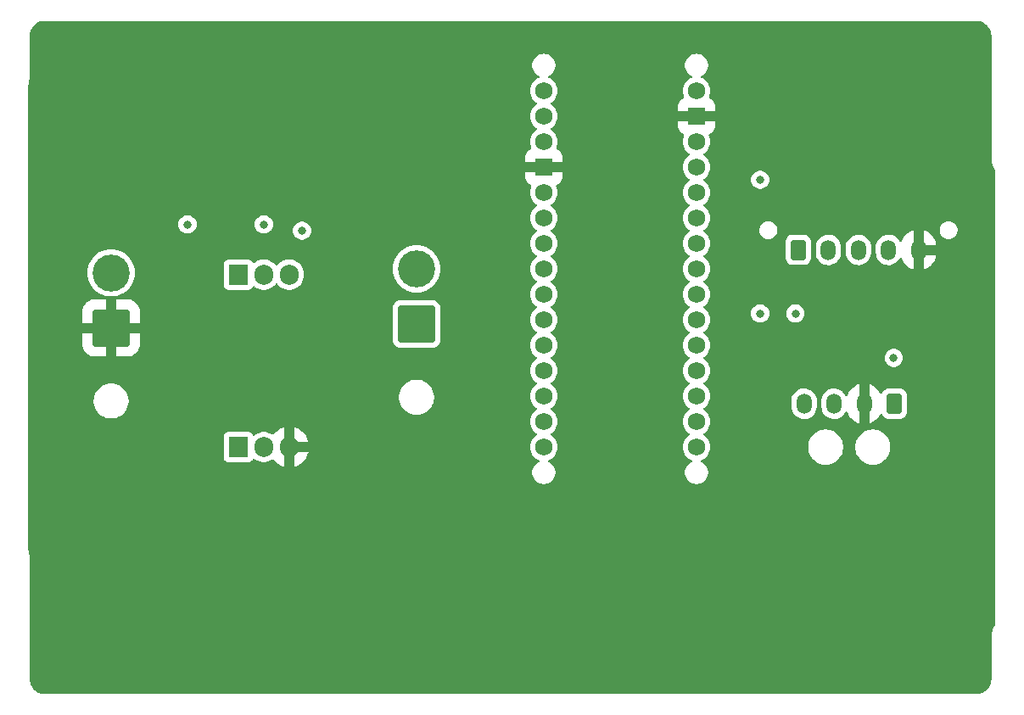
<source format=gbr>
%TF.GenerationSoftware,KiCad,Pcbnew,7.0.10*%
%TF.CreationDate,2024-02-15T22:12:48-05:00*%
%TF.ProjectId,heaterboard-2,68656174-6572-4626-9f61-72642d322e6b,2*%
%TF.SameCoordinates,Original*%
%TF.FileFunction,Copper,L2,Inr*%
%TF.FilePolarity,Positive*%
%FSLAX46Y46*%
G04 Gerber Fmt 4.6, Leading zero omitted, Abs format (unit mm)*
G04 Created by KiCad (PCBNEW 7.0.10) date 2024-02-15 22:12:48*
%MOMM*%
%LPD*%
G01*
G04 APERTURE LIST*
G04 Aperture macros list*
%AMRoundRect*
0 Rectangle with rounded corners*
0 $1 Rounding radius*
0 $2 $3 $4 $5 $6 $7 $8 $9 X,Y pos of 4 corners*
0 Add a 4 corners polygon primitive as box body*
4,1,4,$2,$3,$4,$5,$6,$7,$8,$9,$2,$3,0*
0 Add four circle primitives for the rounded corners*
1,1,$1+$1,$2,$3*
1,1,$1+$1,$4,$5*
1,1,$1+$1,$6,$7*
1,1,$1+$1,$8,$9*
0 Add four rect primitives between the rounded corners*
20,1,$1+$1,$2,$3,$4,$5,0*
20,1,$1+$1,$4,$5,$6,$7,0*
20,1,$1+$1,$6,$7,$8,$9,0*
20,1,$1+$1,$8,$9,$2,$3,0*%
G04 Aperture macros list end*
%TA.AperFunction,ComponentPad*%
%ADD10R,1.905000X2.000000*%
%TD*%
%TA.AperFunction,ComponentPad*%
%ADD11O,1.905000X2.000000*%
%TD*%
%TA.AperFunction,ComponentPad*%
%ADD12RoundRect,0.250002X1.599998X1.599998X-1.599998X1.599998X-1.599998X-1.599998X1.599998X-1.599998X0*%
%TD*%
%TA.AperFunction,ComponentPad*%
%ADD13C,3.700000*%
%TD*%
%TA.AperFunction,ComponentPad*%
%ADD14C,1.727200*%
%TD*%
%TA.AperFunction,ComponentPad*%
%ADD15R,1.727200X1.727200*%
%TD*%
%TA.AperFunction,ComponentPad*%
%ADD16RoundRect,0.250001X-0.499999X-0.759999X0.499999X-0.759999X0.499999X0.759999X-0.499999X0.759999X0*%
%TD*%
%TA.AperFunction,ComponentPad*%
%ADD17O,1.500000X2.020000*%
%TD*%
%TA.AperFunction,ComponentPad*%
%ADD18RoundRect,0.250001X0.499999X0.759999X-0.499999X0.759999X-0.499999X-0.759999X0.499999X-0.759999X0*%
%TD*%
%TA.AperFunction,ViaPad*%
%ADD19C,0.800000*%
%TD*%
G04 APERTURE END LIST*
D10*
%TO.N,/D9*%
%TO.C,Q1*%
X99060000Y-99060000D03*
D11*
%TO.N,Net-(J2-Pin_1)*%
X101600000Y-99060000D03*
%TO.N,GND*%
X104140000Y-99060000D03*
%TD*%
D12*
%TO.N,GND*%
%TO.C,J1*%
X86360000Y-87165000D03*
D13*
%TO.N,+12V*%
X86360000Y-81665000D03*
%TD*%
D10*
%TO.N,Net-(U1-ADJ)*%
%TO.C,U1*%
X99060000Y-81845000D03*
D11*
%TO.N,+9V*%
X101600000Y-81845000D03*
%TO.N,+12V*%
X104140000Y-81845000D03*
%TD*%
D14*
%TO.N,+3V3*%
%TO.C,A1*%
X144780000Y-96520000D03*
%TO.N,+5V*%
X144780000Y-71120000D03*
%TO.N,/A0*%
X144780000Y-91440000D03*
%TO.N,/A1*%
X144780000Y-88900000D03*
%TO.N,/A2*%
X144780000Y-86360000D03*
%TO.N,/A3*%
X144780000Y-83820000D03*
%TO.N,/A4*%
X144780000Y-81280000D03*
%TO.N,/A5*%
X144780000Y-78740000D03*
%TO.N,/A6*%
X144780000Y-76200000D03*
%TO.N,/A7*%
X144780000Y-73660000D03*
%TO.N,/AREF*%
X144780000Y-93980000D03*
%TO.N,/D0*%
X129540000Y-66040000D03*
%TO.N,/D1*%
X129540000Y-63500000D03*
%TO.N,/D2*%
X129540000Y-73660000D03*
%TO.N,/D3*%
X129540000Y-76200000D03*
%TO.N,/D4*%
X129540000Y-78740000D03*
%TO.N,/D5*%
X129540000Y-81280000D03*
%TO.N,/D6*%
X129540000Y-83820000D03*
%TO.N,/D7*%
X129540000Y-86360000D03*
%TO.N,/D8*%
X129540000Y-88900000D03*
%TO.N,/D9*%
X129540000Y-91440000D03*
%TO.N,/D10*%
X129540000Y-93980000D03*
%TO.N,/D11*%
X129540000Y-96520000D03*
%TO.N,/D12*%
X129540000Y-99060000D03*
%TO.N,/D13*%
X144780000Y-99060000D03*
D15*
%TO.N,GND*%
X129540000Y-71120000D03*
X144780000Y-66040000D03*
D14*
%TO.N,unconnected-(A1-RESET-PadRST1)*%
X129540000Y-68580000D03*
%TO.N,unconnected-(A1-RESET-PadRST2)*%
X144780000Y-68580000D03*
%TO.N,+9V*%
X144780000Y-63500000D03*
%TD*%
D16*
%TO.N,unconnected-(J4-Pin_1-Pad1)*%
%TO.C,J4*%
X154940000Y-79375000D03*
D17*
%TO.N,+12V*%
X157940000Y-79375000D03*
%TO.N,Net-(J4-Pin_3)*%
X160940000Y-79375000D03*
%TO.N,+12V*%
X163940000Y-79375000D03*
%TO.N,GND*%
X166940000Y-79375000D03*
%TD*%
D12*
%TO.N,Net-(J2-Pin_1)*%
%TO.C,J2*%
X116840000Y-86780000D03*
D13*
%TO.N,+12V*%
X116840000Y-81280000D03*
%TD*%
D18*
%TO.N,+5V*%
%TO.C,J3*%
X164520000Y-94740000D03*
D17*
%TO.N,GND*%
X161520000Y-94740000D03*
%TO.N,/A5*%
X158520000Y-94740000D03*
%TO.N,/A4*%
X155520000Y-94740000D03*
%TD*%
D19*
%TO.N,GND*%
X164465000Y-65405000D03*
X105410000Y-70485000D03*
X101600000Y-70485000D03*
X156845000Y-65405000D03*
X97790000Y-70485000D03*
%TO.N,+9V*%
X93980000Y-76835000D03*
X101600000Y-76835000D03*
%TO.N,+12V*%
X105410000Y-77470000D03*
X151130000Y-72390000D03*
%TO.N,+5V*%
X164465000Y-90170000D03*
X154658322Y-85725000D03*
X154658322Y-85725000D03*
X151130000Y-85725000D03*
%TD*%
%TA.AperFunction,Conductor*%
%TO.N,GND*%
G36*
X172724487Y-56528821D02*
G01*
X172768071Y-56531938D01*
X172923281Y-56543038D01*
X172941054Y-56545593D01*
X173131411Y-56587003D01*
X173148633Y-56592060D01*
X173331152Y-56660136D01*
X173347501Y-56667603D01*
X173518458Y-56760952D01*
X173533582Y-56770672D01*
X173689513Y-56887401D01*
X173703099Y-56899174D01*
X173840825Y-57036900D01*
X173852598Y-57050486D01*
X173969327Y-57206417D01*
X173979047Y-57221541D01*
X174072396Y-57392498D01*
X174079864Y-57408850D01*
X174147937Y-57591359D01*
X174152998Y-57608597D01*
X174194403Y-57798933D01*
X174196961Y-57816721D01*
X174211179Y-58015511D01*
X174211500Y-58024500D01*
X174211500Y-70271739D01*
X174248079Y-70572992D01*
X174248081Y-70573002D01*
X174320704Y-70867647D01*
X174428316Y-71151398D01*
X174428323Y-71151414D01*
X174569347Y-71420111D01*
X174569353Y-71420121D01*
X174602695Y-71468424D01*
X174624932Y-71535848D01*
X174625000Y-71540001D01*
X174625000Y-116699997D01*
X174604998Y-116768118D01*
X174602697Y-116771572D01*
X174569349Y-116819884D01*
X174569347Y-116819888D01*
X174428323Y-117088585D01*
X174428316Y-117088601D01*
X174320704Y-117372352D01*
X174248081Y-117666997D01*
X174248079Y-117667007D01*
X174211500Y-117968260D01*
X174211500Y-122215499D01*
X174211179Y-122224488D01*
X174196961Y-122423278D01*
X174194403Y-122441068D01*
X174152999Y-122631398D01*
X174147937Y-122648640D01*
X174079864Y-122831149D01*
X174072396Y-122847501D01*
X173979047Y-123018458D01*
X173969327Y-123033582D01*
X173852598Y-123189513D01*
X173840825Y-123203099D01*
X173703099Y-123340825D01*
X173689513Y-123352598D01*
X173533582Y-123469327D01*
X173518458Y-123479047D01*
X173347501Y-123572396D01*
X173331149Y-123579864D01*
X173148640Y-123647937D01*
X173131398Y-123652999D01*
X172941068Y-123694403D01*
X172923278Y-123696961D01*
X172724488Y-123711179D01*
X172715499Y-123711500D01*
X79724501Y-123711500D01*
X79715512Y-123711179D01*
X79516721Y-123696961D01*
X79498933Y-123694403D01*
X79308597Y-123652998D01*
X79291359Y-123647937D01*
X79108850Y-123579864D01*
X79092498Y-123572396D01*
X78921541Y-123479047D01*
X78906417Y-123469327D01*
X78750486Y-123352598D01*
X78736900Y-123340825D01*
X78599174Y-123203099D01*
X78587401Y-123189513D01*
X78470672Y-123033582D01*
X78460952Y-123018458D01*
X78367603Y-122847501D01*
X78360135Y-122831149D01*
X78292060Y-122648633D01*
X78287003Y-122631411D01*
X78245593Y-122441054D01*
X78243038Y-122423277D01*
X78228821Y-122224487D01*
X78228500Y-122215499D01*
X78228500Y-109968267D01*
X78228500Y-109968264D01*
X78191920Y-109667004D01*
X78119295Y-109372350D01*
X78113188Y-109356246D01*
X78105000Y-109311567D01*
X78105000Y-100108649D01*
X97599000Y-100108649D01*
X97605509Y-100169196D01*
X97605511Y-100169204D01*
X97656610Y-100306202D01*
X97656612Y-100306207D01*
X97744238Y-100423261D01*
X97861292Y-100510887D01*
X97861294Y-100510888D01*
X97861296Y-100510889D01*
X97876809Y-100516675D01*
X97998295Y-100561988D01*
X97998303Y-100561990D01*
X98058850Y-100568499D01*
X98058855Y-100568499D01*
X98058862Y-100568500D01*
X98058868Y-100568500D01*
X100061132Y-100568500D01*
X100061138Y-100568500D01*
X100061145Y-100568499D01*
X100061149Y-100568499D01*
X100121696Y-100561990D01*
X100121699Y-100561989D01*
X100121701Y-100561989D01*
X100258704Y-100510889D01*
X100259374Y-100510388D01*
X100375761Y-100423261D01*
X100463387Y-100306207D01*
X100463388Y-100306205D01*
X100463387Y-100306205D01*
X100463389Y-100306204D01*
X100470460Y-100287245D01*
X100513005Y-100230411D01*
X100579525Y-100205599D01*
X100648899Y-100220690D01*
X100665900Y-100231842D01*
X100798170Y-100334792D01*
X101011112Y-100450030D01*
X101240117Y-100528648D01*
X101478938Y-100568500D01*
X101478942Y-100568500D01*
X101721058Y-100568500D01*
X101721062Y-100568500D01*
X101959883Y-100528648D01*
X102188888Y-100450030D01*
X102401830Y-100334792D01*
X102425586Y-100316301D01*
X102491627Y-100290245D01*
X102561273Y-100304030D01*
X102603845Y-100340224D01*
X102648508Y-100399887D01*
X102648516Y-100399896D01*
X102847603Y-100598983D01*
X102847612Y-100598991D01*
X103073030Y-100767736D01*
X103320168Y-100902684D01*
X103320167Y-100902684D01*
X103583994Y-101001085D01*
X103632000Y-101011528D01*
X103632000Y-99275087D01*
X103686442Y-99380156D01*
X103789638Y-99490652D01*
X103918819Y-99569209D01*
X104064404Y-99610000D01*
X104177622Y-99610000D01*
X104289783Y-99594584D01*
X104350986Y-99568000D01*
X104648000Y-99568000D01*
X104648000Y-101011527D01*
X104696005Y-101001085D01*
X104959832Y-100902684D01*
X105206969Y-100767736D01*
X105432387Y-100598991D01*
X105432396Y-100598983D01*
X105631483Y-100399896D01*
X105631491Y-100399887D01*
X105800236Y-100174469D01*
X105935184Y-99927332D01*
X106033585Y-99663507D01*
X106054361Y-99568000D01*
X104648000Y-99568000D01*
X104350986Y-99568000D01*
X104428458Y-99534349D01*
X104545739Y-99438934D01*
X104632928Y-99315415D01*
X104683559Y-99172953D01*
X104693877Y-99022114D01*
X104663116Y-98874085D01*
X104593558Y-98739844D01*
X104490362Y-98629348D01*
X104361181Y-98550791D01*
X104215596Y-98510000D01*
X104102378Y-98510000D01*
X103990217Y-98525416D01*
X103851542Y-98585651D01*
X103734261Y-98681066D01*
X103647072Y-98804585D01*
X103632000Y-98846993D01*
X103632000Y-97108470D01*
X103631999Y-97108469D01*
X104648000Y-97108469D01*
X104648000Y-98552000D01*
X106054361Y-98552000D01*
X106033585Y-98456492D01*
X105935184Y-98192667D01*
X105800236Y-97945530D01*
X105631491Y-97720112D01*
X105631483Y-97720103D01*
X105432396Y-97521016D01*
X105432387Y-97521008D01*
X105206969Y-97352263D01*
X104959831Y-97217315D01*
X104959832Y-97217315D01*
X104696001Y-97118912D01*
X104648000Y-97108469D01*
X103631999Y-97108469D01*
X103583998Y-97118912D01*
X103320168Y-97217315D01*
X103073030Y-97352263D01*
X102847612Y-97521008D01*
X102847610Y-97521010D01*
X102648504Y-97720117D01*
X102648500Y-97720122D01*
X102603843Y-97779776D01*
X102547007Y-97822322D01*
X102476191Y-97827386D01*
X102425585Y-97803697D01*
X102401837Y-97785213D01*
X102401834Y-97785211D01*
X102401830Y-97785208D01*
X102188888Y-97669970D01*
X102188885Y-97669969D01*
X102188884Y-97669968D01*
X101959887Y-97591353D01*
X101959880Y-97591351D01*
X101857670Y-97574295D01*
X101721062Y-97551500D01*
X101478938Y-97551500D01*
X101359421Y-97571443D01*
X101240119Y-97591351D01*
X101240112Y-97591353D01*
X101011115Y-97669968D01*
X101011112Y-97669970D01*
X100798170Y-97785207D01*
X100798169Y-97785208D01*
X100665906Y-97888153D01*
X100599863Y-97914209D01*
X100530218Y-97900423D01*
X100479081Y-97851173D01*
X100470462Y-97832760D01*
X100463389Y-97813796D01*
X100463387Y-97813794D01*
X100463387Y-97813792D01*
X100375761Y-97696738D01*
X100258707Y-97609112D01*
X100258702Y-97609110D01*
X100121704Y-97558011D01*
X100121696Y-97558009D01*
X100061149Y-97551500D01*
X100061138Y-97551500D01*
X98058862Y-97551500D01*
X98058850Y-97551500D01*
X97998303Y-97558009D01*
X97998295Y-97558011D01*
X97861297Y-97609110D01*
X97861292Y-97609112D01*
X97744238Y-97696738D01*
X97656612Y-97813792D01*
X97656610Y-97813797D01*
X97605511Y-97950795D01*
X97605509Y-97950803D01*
X97599000Y-98011350D01*
X97599000Y-100108649D01*
X78105000Y-100108649D01*
X78105000Y-94596182D01*
X84609500Y-94596182D01*
X84615394Y-94635284D01*
X84648604Y-94855619D01*
X84725933Y-95106314D01*
X84725938Y-95106327D01*
X84839773Y-95342706D01*
X84839777Y-95342713D01*
X84983819Y-95553982D01*
X84987567Y-95559479D01*
X85094155Y-95674354D01*
X85157587Y-95742718D01*
X85166019Y-95751805D01*
X85371143Y-95915386D01*
X85371146Y-95915388D01*
X85598352Y-96046566D01*
X85598356Y-96046567D01*
X85598357Y-96046568D01*
X85842584Y-96142420D01*
X86098370Y-96200802D01*
X86294506Y-96215500D01*
X86294507Y-96215500D01*
X86425493Y-96215500D01*
X86425494Y-96215500D01*
X86621630Y-96200802D01*
X86877416Y-96142420D01*
X87121643Y-96046568D01*
X87121645Y-96046566D01*
X87121647Y-96046566D01*
X87247939Y-95973651D01*
X87348857Y-95915386D01*
X87553981Y-95751805D01*
X87732433Y-95559479D01*
X87867880Y-95360815D01*
X87880222Y-95342713D01*
X87880222Y-95342711D01*
X87880228Y-95342704D01*
X87994063Y-95106323D01*
X88071396Y-94855615D01*
X88110500Y-94596182D01*
X88110500Y-94333818D01*
X88092015Y-94211182D01*
X115089500Y-94211182D01*
X115094692Y-94245627D01*
X115128604Y-94470619D01*
X115205933Y-94721314D01*
X115205938Y-94721327D01*
X115319773Y-94957706D01*
X115319777Y-94957713D01*
X115443504Y-95139185D01*
X115467567Y-95174479D01*
X115646019Y-95366805D01*
X115851143Y-95530386D01*
X115851146Y-95530388D01*
X116078352Y-95661566D01*
X116078356Y-95661567D01*
X116078357Y-95661568D01*
X116322584Y-95757420D01*
X116578370Y-95815802D01*
X116774506Y-95830500D01*
X116774507Y-95830500D01*
X116905493Y-95830500D01*
X116905494Y-95830500D01*
X117101630Y-95815802D01*
X117357416Y-95757420D01*
X117601643Y-95661568D01*
X117601645Y-95661566D01*
X117601647Y-95661566D01*
X117778470Y-95559477D01*
X117828857Y-95530386D01*
X118033981Y-95366805D01*
X118212433Y-95174479D01*
X118360228Y-94957704D01*
X118474063Y-94721323D01*
X118500602Y-94635285D01*
X118551395Y-94470619D01*
X118557962Y-94427050D01*
X118590500Y-94211182D01*
X118590500Y-93948818D01*
X118551396Y-93689385D01*
X118551395Y-93689383D01*
X118551395Y-93689380D01*
X118474066Y-93438685D01*
X118474061Y-93438672D01*
X118374587Y-93232113D01*
X118360228Y-93202296D01*
X118360226Y-93202293D01*
X118360222Y-93202286D01*
X118212437Y-92985527D01*
X118212433Y-92985521D01*
X118033981Y-92793195D01*
X117828857Y-92629614D01*
X117828852Y-92629611D01*
X117828853Y-92629611D01*
X117601647Y-92498433D01*
X117601639Y-92498430D01*
X117357419Y-92402581D01*
X117357417Y-92402580D01*
X117101633Y-92344198D01*
X116954528Y-92333174D01*
X116905494Y-92329500D01*
X116774506Y-92329500D01*
X116735278Y-92332439D01*
X116578366Y-92344198D01*
X116322582Y-92402580D01*
X116322580Y-92402581D01*
X116078360Y-92498430D01*
X116078352Y-92498433D01*
X115851146Y-92629611D01*
X115646018Y-92793195D01*
X115467566Y-92985522D01*
X115467562Y-92985527D01*
X115319777Y-93202286D01*
X115319773Y-93202293D01*
X115205938Y-93438672D01*
X115205933Y-93438685D01*
X115128604Y-93689380D01*
X115120294Y-93744516D01*
X115089500Y-93948818D01*
X115089500Y-94211182D01*
X88092015Y-94211182D01*
X88071396Y-94074385D01*
X88071395Y-94074383D01*
X88071395Y-94074380D01*
X87994066Y-93823685D01*
X87994061Y-93823672D01*
X87917124Y-93663912D01*
X87880228Y-93587296D01*
X87880226Y-93587293D01*
X87880222Y-93587286D01*
X87732437Y-93370527D01*
X87732433Y-93370521D01*
X87553981Y-93178195D01*
X87348857Y-93014614D01*
X87348852Y-93014611D01*
X87348853Y-93014611D01*
X87121647Y-92883433D01*
X87121639Y-92883430D01*
X86877419Y-92787581D01*
X86877417Y-92787580D01*
X86621633Y-92729198D01*
X86474528Y-92718174D01*
X86425494Y-92714500D01*
X86294506Y-92714500D01*
X86255278Y-92717439D01*
X86098366Y-92729198D01*
X85842582Y-92787580D01*
X85842580Y-92787581D01*
X85598360Y-92883430D01*
X85598352Y-92883433D01*
X85371146Y-93014611D01*
X85166018Y-93178195D01*
X84987566Y-93370522D01*
X84987562Y-93370527D01*
X84839777Y-93587286D01*
X84839773Y-93587293D01*
X84725938Y-93823672D01*
X84725933Y-93823685D01*
X84648604Y-94074380D01*
X84627985Y-94211182D01*
X84609500Y-94333818D01*
X84609500Y-94596182D01*
X78105000Y-94596182D01*
X78105000Y-88830010D01*
X83494000Y-88830010D01*
X83504534Y-88963849D01*
X83560213Y-89184818D01*
X83560216Y-89184827D01*
X83654456Y-89392303D01*
X83654459Y-89392309D01*
X83784229Y-89579620D01*
X83784243Y-89579637D01*
X83945362Y-89740756D01*
X83945379Y-89740770D01*
X84132690Y-89870540D01*
X84132696Y-89870543D01*
X84340172Y-89964783D01*
X84340181Y-89964786D01*
X84561150Y-90020465D01*
X84694989Y-90031000D01*
X85852000Y-90031000D01*
X85852000Y-87910936D01*
X85991921Y-87991719D01*
X86171849Y-88050182D01*
X86312836Y-88065000D01*
X86407164Y-88065000D01*
X86548151Y-88050182D01*
X86728079Y-87991719D01*
X86868000Y-87910936D01*
X86868000Y-90031000D01*
X88025011Y-90031000D01*
X88158849Y-90020465D01*
X88379818Y-89964786D01*
X88379827Y-89964783D01*
X88587303Y-89870543D01*
X88587309Y-89870540D01*
X88774620Y-89740770D01*
X88774637Y-89740756D01*
X88935756Y-89579637D01*
X88935770Y-89579620D01*
X89065540Y-89392309D01*
X89065543Y-89392303D01*
X89159783Y-89184827D01*
X89159786Y-89184818D01*
X89215465Y-88963849D01*
X89226000Y-88830010D01*
X89226000Y-88430552D01*
X114481499Y-88430552D01*
X114492112Y-88534424D01*
X114492113Y-88534425D01*
X114547885Y-88702737D01*
X114640970Y-88853651D01*
X114640975Y-88853657D01*
X114766342Y-88979024D01*
X114766348Y-88979029D01*
X114766349Y-88979030D01*
X114824178Y-89014699D01*
X114917262Y-89072114D01*
X114973035Y-89090594D01*
X115085575Y-89127887D01*
X115189448Y-89138500D01*
X115189456Y-89138500D01*
X118490552Y-89138500D01*
X118582882Y-89129066D01*
X118594425Y-89127887D01*
X118762737Y-89072114D01*
X118913651Y-88979030D01*
X119039030Y-88853651D01*
X119132114Y-88702737D01*
X119187887Y-88534425D01*
X119189066Y-88522882D01*
X119198500Y-88430552D01*
X119198500Y-85129447D01*
X119187887Y-85025575D01*
X119132114Y-84857263D01*
X119132114Y-84857262D01*
X119039029Y-84706348D01*
X119039024Y-84706342D01*
X118913657Y-84580975D01*
X118913651Y-84580970D01*
X118762737Y-84487885D01*
X118594425Y-84432113D01*
X118594424Y-84432112D01*
X118490552Y-84421500D01*
X118490544Y-84421500D01*
X115189456Y-84421500D01*
X115189448Y-84421500D01*
X115085575Y-84432112D01*
X115085574Y-84432113D01*
X114917262Y-84487885D01*
X114766348Y-84580970D01*
X114766342Y-84580975D01*
X114640975Y-84706342D01*
X114640970Y-84706348D01*
X114547885Y-84857262D01*
X114492113Y-85025574D01*
X114492112Y-85025575D01*
X114481500Y-85129447D01*
X114481500Y-88430552D01*
X114481499Y-88430552D01*
X89226000Y-88430552D01*
X89226000Y-87673000D01*
X87103377Y-87673000D01*
X87143716Y-87617479D01*
X87220665Y-87444647D01*
X87260000Y-87259594D01*
X87260000Y-87070406D01*
X87220665Y-86885353D01*
X87143716Y-86712522D01*
X87103377Y-86657000D01*
X89226000Y-86657000D01*
X89226000Y-85499989D01*
X89215465Y-85366150D01*
X89159786Y-85145181D01*
X89159783Y-85145172D01*
X89065543Y-84937696D01*
X89065540Y-84937690D01*
X88935770Y-84750379D01*
X88935756Y-84750362D01*
X88774637Y-84589243D01*
X88774620Y-84589229D01*
X88587309Y-84459459D01*
X88587303Y-84459456D01*
X88379827Y-84365216D01*
X88379818Y-84365213D01*
X88158849Y-84309534D01*
X88025011Y-84299000D01*
X86868000Y-84299000D01*
X86868000Y-86419063D01*
X86728079Y-86338281D01*
X86548151Y-86279818D01*
X86407164Y-86265000D01*
X86312836Y-86265000D01*
X86171849Y-86279818D01*
X85991921Y-86338281D01*
X85852000Y-86419063D01*
X85852000Y-84299000D01*
X84694989Y-84299000D01*
X84561150Y-84309534D01*
X84340181Y-84365213D01*
X84340172Y-84365216D01*
X84132696Y-84459456D01*
X84132690Y-84459459D01*
X83945379Y-84589229D01*
X83945362Y-84589243D01*
X83784243Y-84750362D01*
X83784229Y-84750379D01*
X83654459Y-84937690D01*
X83654456Y-84937696D01*
X83560216Y-85145172D01*
X83560213Y-85145181D01*
X83504534Y-85366150D01*
X83494000Y-85499989D01*
X83494000Y-86657000D01*
X85616623Y-86657000D01*
X85576284Y-86712521D01*
X85499335Y-86885353D01*
X85460000Y-87070406D01*
X85460000Y-87259594D01*
X85499335Y-87444647D01*
X85576284Y-87617478D01*
X85616623Y-87673000D01*
X83494000Y-87673000D01*
X83494000Y-88830010D01*
X78105000Y-88830010D01*
X78105000Y-81665003D01*
X83996439Y-81665003D01*
X84016659Y-81973502D01*
X84016662Y-81973520D01*
X84076974Y-82276730D01*
X84076977Y-82276743D01*
X84176351Y-82569488D01*
X84176357Y-82569502D01*
X84313093Y-82846778D01*
X84409192Y-82990599D01*
X84484861Y-83103845D01*
X84586785Y-83220067D01*
X84688709Y-83336290D01*
X84790633Y-83425674D01*
X84921155Y-83540139D01*
X85000833Y-83593378D01*
X85178221Y-83711906D01*
X85358204Y-83800662D01*
X85455504Y-83848646D01*
X85748265Y-83948025D01*
X86051493Y-84008340D01*
X86227782Y-84019894D01*
X86359997Y-84028561D01*
X86360000Y-84028561D01*
X86360003Y-84028561D01*
X86475690Y-84020978D01*
X86668507Y-84008340D01*
X86971735Y-83948025D01*
X87264496Y-83848646D01*
X87449352Y-83757484D01*
X87541778Y-83711906D01*
X87644063Y-83643561D01*
X87798845Y-83540139D01*
X88031290Y-83336290D01*
X88235139Y-83103845D01*
X88375588Y-82893649D01*
X97599000Y-82893649D01*
X97605509Y-82954196D01*
X97605511Y-82954204D01*
X97656610Y-83091202D01*
X97656612Y-83091207D01*
X97744238Y-83208261D01*
X97861292Y-83295887D01*
X97861294Y-83295888D01*
X97861296Y-83295889D01*
X97908904Y-83313646D01*
X97998295Y-83346988D01*
X97998303Y-83346990D01*
X98058850Y-83353499D01*
X98058855Y-83353499D01*
X98058862Y-83353500D01*
X98058868Y-83353500D01*
X100061132Y-83353500D01*
X100061138Y-83353500D01*
X100061145Y-83353499D01*
X100061149Y-83353499D01*
X100121696Y-83346990D01*
X100121699Y-83346989D01*
X100121701Y-83346989D01*
X100258704Y-83295889D01*
X100375761Y-83208261D01*
X100463389Y-83091204D01*
X100470460Y-83072245D01*
X100513005Y-83015411D01*
X100579525Y-82990599D01*
X100648899Y-83005690D01*
X100665900Y-83016842D01*
X100798170Y-83119792D01*
X101011112Y-83235030D01*
X101240117Y-83313648D01*
X101478938Y-83353500D01*
X101478942Y-83353500D01*
X101721058Y-83353500D01*
X101721062Y-83353500D01*
X101959883Y-83313648D01*
X102188888Y-83235030D01*
X102401830Y-83119792D01*
X102592900Y-82971076D01*
X102608440Y-82954196D01*
X102756884Y-82792942D01*
X102756883Y-82792942D01*
X102756886Y-82792940D01*
X102764516Y-82781260D01*
X102818519Y-82735172D01*
X102888866Y-82725595D01*
X102953224Y-82755572D01*
X102975484Y-82781261D01*
X102983115Y-82792942D01*
X103147093Y-82971070D01*
X103147098Y-82971074D01*
X103147100Y-82971076D01*
X103338170Y-83119792D01*
X103551112Y-83235030D01*
X103780117Y-83313648D01*
X104018938Y-83353500D01*
X104018942Y-83353500D01*
X104261058Y-83353500D01*
X104261062Y-83353500D01*
X104499883Y-83313648D01*
X104728888Y-83235030D01*
X104941830Y-83119792D01*
X105132900Y-82971076D01*
X105148440Y-82954196D01*
X105296886Y-82792940D01*
X105321300Y-82755572D01*
X105429315Y-82590242D01*
X105526575Y-82368512D01*
X105586013Y-82133797D01*
X105601000Y-81952927D01*
X105601000Y-81737073D01*
X105586013Y-81556203D01*
X105573455Y-81506614D01*
X105526576Y-81321491D01*
X105526573Y-81321484D01*
X105509927Y-81283536D01*
X105508377Y-81280003D01*
X114476439Y-81280003D01*
X114496659Y-81588502D01*
X114496662Y-81588520D01*
X114556974Y-81891730D01*
X114556977Y-81891743D01*
X114656351Y-82184488D01*
X114656357Y-82184502D01*
X114793093Y-82461778D01*
X114921041Y-82653264D01*
X114964861Y-82718845D01*
X115042220Y-82807056D01*
X115168709Y-82951290D01*
X115195009Y-82974354D01*
X115401155Y-83155139D01*
X115480658Y-83208261D01*
X115658221Y-83326906D01*
X115838204Y-83415662D01*
X115935504Y-83463646D01*
X116228265Y-83563025D01*
X116531493Y-83623340D01*
X116707782Y-83634894D01*
X116839997Y-83643561D01*
X116840000Y-83643561D01*
X116840003Y-83643561D01*
X116955690Y-83635978D01*
X117148507Y-83623340D01*
X117451735Y-83563025D01*
X117744496Y-83463646D01*
X117981055Y-83346988D01*
X118021778Y-83326906D01*
X118068201Y-83295887D01*
X118278845Y-83155139D01*
X118511290Y-82951290D01*
X118715139Y-82718845D01*
X118886904Y-82461781D01*
X118886904Y-82461780D01*
X118886906Y-82461778D01*
X118970164Y-82292946D01*
X119023646Y-82184496D01*
X119123025Y-81891735D01*
X119183340Y-81588507D01*
X119200519Y-81326408D01*
X119203561Y-81280003D01*
X119203561Y-81279996D01*
X119188699Y-81053256D01*
X119183340Y-80971493D01*
X119123025Y-80668265D01*
X119023646Y-80375504D01*
X118970164Y-80267054D01*
X118886906Y-80098222D01*
X118715141Y-79841158D01*
X118715139Y-79841155D01*
X118602235Y-79712413D01*
X118511290Y-79608709D01*
X118328408Y-79448327D01*
X118278845Y-79404861D01*
X118213264Y-79361041D01*
X118021778Y-79233093D01*
X117744502Y-79096357D01*
X117744496Y-79096354D01*
X117744491Y-79096352D01*
X117744488Y-79096351D01*
X117451743Y-78996977D01*
X117451736Y-78996975D01*
X117451735Y-78996975D01*
X117451730Y-78996974D01*
X117148520Y-78936662D01*
X117148502Y-78936659D01*
X116840003Y-78916439D01*
X116839997Y-78916439D01*
X116531497Y-78936659D01*
X116531479Y-78936662D01*
X116228269Y-78996974D01*
X116228256Y-78996977D01*
X115935511Y-79096351D01*
X115935497Y-79096357D01*
X115658222Y-79233093D01*
X115401158Y-79404858D01*
X115168709Y-79608709D01*
X114964858Y-79841158D01*
X114793093Y-80098222D01*
X114656357Y-80375497D01*
X114656351Y-80375511D01*
X114556977Y-80668256D01*
X114556974Y-80668269D01*
X114496662Y-80971479D01*
X114496659Y-80971497D01*
X114476439Y-81279996D01*
X114476439Y-81280003D01*
X105508377Y-81280003D01*
X105429315Y-81099758D01*
X105399019Y-81053386D01*
X105296886Y-80897059D01*
X105132906Y-80718929D01*
X105095166Y-80689555D01*
X104941830Y-80570208D01*
X104941829Y-80570207D01*
X104781093Y-80483222D01*
X104728888Y-80454970D01*
X104728885Y-80454969D01*
X104728884Y-80454968D01*
X104499887Y-80376353D01*
X104499880Y-80376351D01*
X104397670Y-80359295D01*
X104261062Y-80336500D01*
X104018938Y-80336500D01*
X103899421Y-80356443D01*
X103780119Y-80376351D01*
X103780112Y-80376353D01*
X103551115Y-80454968D01*
X103551112Y-80454970D01*
X103338170Y-80570207D01*
X103338169Y-80570208D01*
X103147093Y-80718929D01*
X102983114Y-80897058D01*
X102975482Y-80908741D01*
X102921478Y-80954828D01*
X102851130Y-80964403D01*
X102786773Y-80934425D01*
X102764518Y-80908741D01*
X102756885Y-80897058D01*
X102592906Y-80718929D01*
X102555166Y-80689555D01*
X102401830Y-80570208D01*
X102401829Y-80570207D01*
X102241093Y-80483222D01*
X102188888Y-80454970D01*
X102188885Y-80454969D01*
X102188884Y-80454968D01*
X101959887Y-80376353D01*
X101959880Y-80376351D01*
X101857670Y-80359295D01*
X101721062Y-80336500D01*
X101478938Y-80336500D01*
X101359421Y-80356443D01*
X101240119Y-80376351D01*
X101240112Y-80376353D01*
X101011115Y-80454968D01*
X101011112Y-80454970D01*
X100798170Y-80570207D01*
X100798169Y-80570208D01*
X100665906Y-80673153D01*
X100599863Y-80699209D01*
X100530218Y-80685423D01*
X100479081Y-80636173D01*
X100470462Y-80617760D01*
X100463389Y-80598796D01*
X100463387Y-80598794D01*
X100463387Y-80598792D01*
X100375761Y-80481738D01*
X100258707Y-80394112D01*
X100258702Y-80394110D01*
X100121704Y-80343011D01*
X100121696Y-80343009D01*
X100061149Y-80336500D01*
X100061138Y-80336500D01*
X98058862Y-80336500D01*
X98058850Y-80336500D01*
X97998303Y-80343009D01*
X97998295Y-80343011D01*
X97861297Y-80394110D01*
X97861292Y-80394112D01*
X97744238Y-80481738D01*
X97656612Y-80598792D01*
X97656610Y-80598797D01*
X97605511Y-80735795D01*
X97605509Y-80735803D01*
X97599000Y-80796350D01*
X97599000Y-82893649D01*
X88375588Y-82893649D01*
X88406904Y-82846781D01*
X88406904Y-82846780D01*
X88406906Y-82846778D01*
X88452484Y-82754352D01*
X88543646Y-82569496D01*
X88643025Y-82276735D01*
X88703340Y-81973507D01*
X88719494Y-81727047D01*
X88723561Y-81665003D01*
X88723561Y-81664996D01*
X88703340Y-81356497D01*
X88703340Y-81356493D01*
X88643025Y-81053265D01*
X88543646Y-80760504D01*
X88495663Y-80663205D01*
X88406906Y-80483222D01*
X88235141Y-80226158D01*
X88235139Y-80226155D01*
X88142758Y-80120815D01*
X88031290Y-79993709D01*
X87907330Y-79885000D01*
X87798845Y-79789861D01*
X87651665Y-79691518D01*
X87541778Y-79618093D01*
X87264502Y-79481357D01*
X87264496Y-79481354D01*
X87264491Y-79481352D01*
X87264488Y-79481351D01*
X86971743Y-79381977D01*
X86971736Y-79381975D01*
X86971735Y-79381975D01*
X86971730Y-79381974D01*
X86668520Y-79321662D01*
X86668502Y-79321659D01*
X86360003Y-79301439D01*
X86359997Y-79301439D01*
X86051497Y-79321659D01*
X86051479Y-79321662D01*
X85748269Y-79381974D01*
X85748256Y-79381977D01*
X85455511Y-79481351D01*
X85455497Y-79481357D01*
X85178222Y-79618093D01*
X84921158Y-79789858D01*
X84688709Y-79993709D01*
X84484858Y-80226158D01*
X84313093Y-80483222D01*
X84176357Y-80760497D01*
X84176351Y-80760511D01*
X84076977Y-81053256D01*
X84076974Y-81053269D01*
X84016662Y-81356479D01*
X84016659Y-81356497D01*
X83996439Y-81664996D01*
X83996439Y-81665003D01*
X78105000Y-81665003D01*
X78105000Y-76835000D01*
X93066496Y-76835000D01*
X93086457Y-77024927D01*
X93110343Y-77098438D01*
X93145473Y-77206556D01*
X93145476Y-77206561D01*
X93240958Y-77371941D01*
X93240965Y-77371951D01*
X93368744Y-77513864D01*
X93368747Y-77513866D01*
X93523248Y-77626118D01*
X93697712Y-77703794D01*
X93884513Y-77743500D01*
X94075487Y-77743500D01*
X94262288Y-77703794D01*
X94436752Y-77626118D01*
X94591253Y-77513866D01*
X94596473Y-77508069D01*
X94719034Y-77371951D01*
X94719035Y-77371949D01*
X94719040Y-77371944D01*
X94814527Y-77206556D01*
X94873542Y-77024928D01*
X94893504Y-76835000D01*
X100686496Y-76835000D01*
X100706457Y-77024927D01*
X100730343Y-77098438D01*
X100765473Y-77206556D01*
X100765476Y-77206561D01*
X100860958Y-77371941D01*
X100860965Y-77371951D01*
X100988744Y-77513864D01*
X100988747Y-77513866D01*
X101143248Y-77626118D01*
X101317712Y-77703794D01*
X101504513Y-77743500D01*
X101695487Y-77743500D01*
X101882288Y-77703794D01*
X102056752Y-77626118D01*
X102211253Y-77513866D01*
X102216473Y-77508069D01*
X102250750Y-77470000D01*
X104496496Y-77470000D01*
X104516457Y-77659927D01*
X104530711Y-77703794D01*
X104575473Y-77841556D01*
X104575476Y-77841561D01*
X104670958Y-78006941D01*
X104670965Y-78006951D01*
X104798744Y-78148864D01*
X104798747Y-78148866D01*
X104953248Y-78261118D01*
X105127712Y-78338794D01*
X105314513Y-78378500D01*
X105505487Y-78378500D01*
X105692288Y-78338794D01*
X105866752Y-78261118D01*
X106021253Y-78148866D01*
X106021255Y-78148864D01*
X106149034Y-78006951D01*
X106149035Y-78006949D01*
X106149040Y-78006944D01*
X106244527Y-77841556D01*
X106303542Y-77659928D01*
X106323504Y-77470000D01*
X106303542Y-77280072D01*
X106244527Y-77098444D01*
X106149040Y-76933056D01*
X106149038Y-76933054D01*
X106149034Y-76933048D01*
X106021255Y-76791135D01*
X105866752Y-76678882D01*
X105692288Y-76601206D01*
X105505487Y-76561500D01*
X105314513Y-76561500D01*
X105127711Y-76601206D01*
X104953247Y-76678882D01*
X104798744Y-76791135D01*
X104670965Y-76933048D01*
X104670958Y-76933058D01*
X104575476Y-77098438D01*
X104575473Y-77098445D01*
X104516457Y-77280072D01*
X104496496Y-77470000D01*
X102250750Y-77470000D01*
X102339034Y-77371951D01*
X102339035Y-77371949D01*
X102339040Y-77371944D01*
X102434527Y-77206556D01*
X102493542Y-77024928D01*
X102513504Y-76835000D01*
X102493542Y-76645072D01*
X102434527Y-76463444D01*
X102339040Y-76298056D01*
X102339038Y-76298054D01*
X102339034Y-76298048D01*
X102211255Y-76156135D01*
X102056752Y-76043882D01*
X101882288Y-75966206D01*
X101695487Y-75926500D01*
X101504513Y-75926500D01*
X101317711Y-75966206D01*
X101143247Y-76043882D01*
X100988744Y-76156135D01*
X100860965Y-76298048D01*
X100860958Y-76298058D01*
X100765476Y-76463438D01*
X100765473Y-76463445D01*
X100706457Y-76645072D01*
X100686496Y-76835000D01*
X94893504Y-76835000D01*
X94873542Y-76645072D01*
X94814527Y-76463444D01*
X94719040Y-76298056D01*
X94719038Y-76298054D01*
X94719034Y-76298048D01*
X94591255Y-76156135D01*
X94436752Y-76043882D01*
X94262288Y-75966206D01*
X94075487Y-75926500D01*
X93884513Y-75926500D01*
X93697711Y-75966206D01*
X93523247Y-76043882D01*
X93368744Y-76156135D01*
X93240965Y-76298048D01*
X93240958Y-76298058D01*
X93145476Y-76463438D01*
X93145473Y-76463445D01*
X93086457Y-76645072D01*
X93066496Y-76835000D01*
X78105000Y-76835000D01*
X78105000Y-72033518D01*
X127660400Y-72033518D01*
X127675099Y-72182764D01*
X127733197Y-72374288D01*
X127827539Y-72550791D01*
X127954503Y-72705496D01*
X128109208Y-72832460D01*
X128245748Y-72905442D01*
X128296396Y-72955194D01*
X128312106Y-73024430D01*
X128301740Y-73067177D01*
X128237796Y-73212955D01*
X128237795Y-73212956D01*
X128181977Y-73433378D01*
X128163198Y-73660000D01*
X128181977Y-73886621D01*
X128237795Y-74107043D01*
X128237798Y-74107050D01*
X128329138Y-74315284D01*
X128329139Y-74315285D01*
X128453510Y-74505649D01*
X128607517Y-74672946D01*
X128786961Y-74812612D01*
X128786963Y-74812613D01*
X128786966Y-74812615D01*
X128799110Y-74819187D01*
X128849500Y-74869200D01*
X128864852Y-74938517D01*
X128840291Y-75005130D01*
X128799110Y-75040813D01*
X128786966Y-75047384D01*
X128786960Y-75047388D01*
X128607514Y-75187056D01*
X128453507Y-75354354D01*
X128329138Y-75544715D01*
X128237798Y-75752949D01*
X128237795Y-75752956D01*
X128181977Y-75973378D01*
X128181976Y-75973384D01*
X128181976Y-75973386D01*
X128163198Y-76200000D01*
X128171323Y-76298058D01*
X128181977Y-76426621D01*
X128237795Y-76647043D01*
X128237798Y-76647050D01*
X128329138Y-76855284D01*
X128439971Y-77024927D01*
X128453510Y-77045649D01*
X128502111Y-77098444D01*
X128601634Y-77206556D01*
X128607517Y-77212946D01*
X128786961Y-77352612D01*
X128786963Y-77352613D01*
X128786966Y-77352615D01*
X128799110Y-77359187D01*
X128849500Y-77409200D01*
X128864852Y-77478517D01*
X128840291Y-77545130D01*
X128799110Y-77580813D01*
X128786966Y-77587384D01*
X128786960Y-77587388D01*
X128607514Y-77727056D01*
X128453507Y-77894354D01*
X128329138Y-78084715D01*
X128237798Y-78292949D01*
X128237795Y-78292956D01*
X128181977Y-78513378D01*
X128181976Y-78513384D01*
X128181976Y-78513386D01*
X128163198Y-78740000D01*
X128177818Y-78916439D01*
X128181977Y-78966621D01*
X128237795Y-79187043D01*
X128237798Y-79187050D01*
X128329138Y-79395284D01*
X128385372Y-79481357D01*
X128453510Y-79585649D01*
X128567644Y-79709632D01*
X128603209Y-79748267D01*
X128607517Y-79752946D01*
X128786961Y-79892612D01*
X128786963Y-79892613D01*
X128786966Y-79892615D01*
X128799110Y-79899187D01*
X128849500Y-79949200D01*
X128864852Y-80018517D01*
X128840291Y-80085130D01*
X128799110Y-80120813D01*
X128786966Y-80127384D01*
X128786960Y-80127388D01*
X128607514Y-80267056D01*
X128453507Y-80434354D01*
X128329138Y-80624715D01*
X128237798Y-80832949D01*
X128237795Y-80832956D01*
X128181977Y-81053378D01*
X128181976Y-81053384D01*
X128181976Y-81053386D01*
X128163198Y-81280000D01*
X128169536Y-81356493D01*
X128181977Y-81506621D01*
X128237795Y-81727043D01*
X128237798Y-81727050D01*
X128329138Y-81935284D01*
X128354110Y-81973507D01*
X128453510Y-82125649D01*
X128607517Y-82292946D01*
X128786961Y-82432612D01*
X128786963Y-82432613D01*
X128786966Y-82432615D01*
X128799110Y-82439187D01*
X128849500Y-82489200D01*
X128864852Y-82558517D01*
X128840291Y-82625130D01*
X128799110Y-82660813D01*
X128786966Y-82667384D01*
X128786960Y-82667388D01*
X128607514Y-82807056D01*
X128453507Y-82974354D01*
X128329138Y-83164715D01*
X128237798Y-83372949D01*
X128237795Y-83372956D01*
X128181977Y-83593378D01*
X128181976Y-83593384D01*
X128181976Y-83593386D01*
X128163198Y-83820000D01*
X128178804Y-84008340D01*
X128181977Y-84046621D01*
X128237795Y-84267043D01*
X128237798Y-84267050D01*
X128329138Y-84475284D01*
X128398189Y-84580975D01*
X128453510Y-84665649D01*
X128607517Y-84832946D01*
X128786961Y-84972612D01*
X128786963Y-84972613D01*
X128786966Y-84972615D01*
X128799110Y-84979187D01*
X128849500Y-85029200D01*
X128864852Y-85098517D01*
X128840291Y-85165130D01*
X128799110Y-85200813D01*
X128786966Y-85207384D01*
X128786960Y-85207388D01*
X128607514Y-85347056D01*
X128453507Y-85514354D01*
X128329138Y-85704715D01*
X128237798Y-85912949D01*
X128237795Y-85912956D01*
X128181977Y-86133378D01*
X128181976Y-86133384D01*
X128181976Y-86133386D01*
X128163198Y-86360000D01*
X128179726Y-86559466D01*
X128181977Y-86586621D01*
X128237795Y-86807043D01*
X128237798Y-86807050D01*
X128329138Y-87015284D01*
X128329139Y-87015285D01*
X128453510Y-87205649D01*
X128607517Y-87372946D01*
X128786961Y-87512612D01*
X128786963Y-87512613D01*
X128786966Y-87512615D01*
X128799110Y-87519187D01*
X128849500Y-87569200D01*
X128864852Y-87638517D01*
X128840291Y-87705130D01*
X128799110Y-87740813D01*
X128786966Y-87747384D01*
X128786960Y-87747388D01*
X128607514Y-87887056D01*
X128453507Y-88054354D01*
X128329138Y-88244715D01*
X128237798Y-88452949D01*
X128237795Y-88452956D01*
X128181977Y-88673378D01*
X128163198Y-88900000D01*
X128181977Y-89126621D01*
X128237795Y-89347043D01*
X128237798Y-89347050D01*
X128329138Y-89555284D01*
X128379950Y-89633058D01*
X128453510Y-89745649D01*
X128607517Y-89912946D01*
X128786961Y-90052612D01*
X128786963Y-90052613D01*
X128786966Y-90052615D01*
X128799110Y-90059187D01*
X128849500Y-90109200D01*
X128864852Y-90178517D01*
X128840291Y-90245130D01*
X128799110Y-90280813D01*
X128786966Y-90287384D01*
X128786960Y-90287388D01*
X128607514Y-90427056D01*
X128453507Y-90594354D01*
X128329138Y-90784715D01*
X128237798Y-90992949D01*
X128237795Y-90992956D01*
X128181977Y-91213378D01*
X128163198Y-91440000D01*
X128181977Y-91666621D01*
X128237795Y-91887043D01*
X128237798Y-91887050D01*
X128329138Y-92095284D01*
X128329139Y-92095285D01*
X128453510Y-92285649D01*
X128607517Y-92452946D01*
X128786961Y-92592612D01*
X128786963Y-92592613D01*
X128786966Y-92592615D01*
X128799110Y-92599187D01*
X128849500Y-92649200D01*
X128864852Y-92718517D01*
X128840291Y-92785130D01*
X128799110Y-92820813D01*
X128786966Y-92827384D01*
X128786960Y-92827388D01*
X128607514Y-92967056D01*
X128453507Y-93134354D01*
X128329138Y-93324715D01*
X128237798Y-93532949D01*
X128237795Y-93532956D01*
X128181977Y-93753378D01*
X128181976Y-93753384D01*
X128181976Y-93753386D01*
X128163198Y-93980000D01*
X128176774Y-94143839D01*
X128181977Y-94206621D01*
X128237795Y-94427043D01*
X128237798Y-94427050D01*
X128329138Y-94635284D01*
X128445459Y-94813327D01*
X128453510Y-94825649D01*
X128607517Y-94992946D01*
X128786961Y-95132612D01*
X128786963Y-95132613D01*
X128786966Y-95132615D01*
X128799110Y-95139187D01*
X128849500Y-95189200D01*
X128864852Y-95258517D01*
X128840291Y-95325130D01*
X128799110Y-95360813D01*
X128786966Y-95367384D01*
X128786960Y-95367388D01*
X128607514Y-95507056D01*
X128453507Y-95674354D01*
X128329138Y-95864715D01*
X128237798Y-96072949D01*
X128237795Y-96072956D01*
X128181977Y-96293378D01*
X128181976Y-96293384D01*
X128181976Y-96293386D01*
X128163198Y-96520000D01*
X128177401Y-96691408D01*
X128181977Y-96746621D01*
X128237795Y-96967043D01*
X128237798Y-96967050D01*
X128329138Y-97175284D01*
X128426428Y-97324198D01*
X128453510Y-97365649D01*
X128607517Y-97532946D01*
X128786961Y-97672612D01*
X128786963Y-97672613D01*
X128786966Y-97672615D01*
X128799110Y-97679187D01*
X128849500Y-97729200D01*
X128864852Y-97798517D01*
X128840291Y-97865130D01*
X128799110Y-97900813D01*
X128786966Y-97907384D01*
X128786960Y-97907388D01*
X128607514Y-98047056D01*
X128453507Y-98214354D01*
X128329138Y-98404715D01*
X128237798Y-98612949D01*
X128237795Y-98612956D01*
X128181977Y-98833378D01*
X128163198Y-99060000D01*
X128181977Y-99286621D01*
X128237795Y-99507043D01*
X128237798Y-99507050D01*
X128329138Y-99715284D01*
X128387910Y-99805242D01*
X128453510Y-99905649D01*
X128607517Y-100072946D01*
X128786961Y-100212612D01*
X128786963Y-100212613D01*
X128786966Y-100212615D01*
X128978561Y-100316302D01*
X128986945Y-100320839D01*
X128986951Y-100320841D01*
X129022310Y-100332980D01*
X129080246Y-100374016D01*
X129106798Y-100439861D01*
X129093537Y-100509608D01*
X129044673Y-100561114D01*
X129037563Y-100564943D01*
X128931745Y-100617634D01*
X128931744Y-100617635D01*
X128761591Y-100746129D01*
X128617946Y-100903699D01*
X128617945Y-100903701D01*
X128505705Y-101084974D01*
X128505703Y-101084979D01*
X128428679Y-101283800D01*
X128428679Y-101283802D01*
X128389500Y-101493390D01*
X128389500Y-101706610D01*
X128428679Y-101916198D01*
X128505702Y-102115019D01*
X128505703Y-102115020D01*
X128505705Y-102115025D01*
X128617945Y-102296298D01*
X128617946Y-102296300D01*
X128617948Y-102296302D01*
X128761593Y-102453872D01*
X128931745Y-102582366D01*
X129122611Y-102677405D01*
X129327690Y-102735756D01*
X129486806Y-102750500D01*
X129486813Y-102750500D01*
X129593187Y-102750500D01*
X129593194Y-102750500D01*
X129752310Y-102735756D01*
X129957389Y-102677405D01*
X130148255Y-102582366D01*
X130318407Y-102453872D01*
X130462052Y-102296302D01*
X130574298Y-102115019D01*
X130651321Y-101916198D01*
X130690500Y-101706610D01*
X130690500Y-101493390D01*
X130651321Y-101283802D01*
X130574298Y-101084981D01*
X130462052Y-100903698D01*
X130338106Y-100767736D01*
X130318408Y-100746129D01*
X130318407Y-100746128D01*
X130148255Y-100617634D01*
X130042435Y-100564942D01*
X129990374Y-100516675D01*
X129972671Y-100447921D01*
X129994950Y-100380510D01*
X130050137Y-100335846D01*
X130057670Y-100332986D01*
X130093055Y-100320839D01*
X130293039Y-100212612D01*
X130472483Y-100072946D01*
X130626490Y-99905649D01*
X130750861Y-99715285D01*
X130842203Y-99507047D01*
X130898024Y-99286614D01*
X130916802Y-99060000D01*
X130898024Y-98833386D01*
X130874336Y-98739844D01*
X130842204Y-98612956D01*
X130842201Y-98612949D01*
X130803805Y-98525416D01*
X130750861Y-98404715D01*
X130626490Y-98214351D01*
X130472483Y-98047054D01*
X130293039Y-97907388D01*
X130293038Y-97907387D01*
X130288198Y-97904768D01*
X130280890Y-97900813D01*
X130230500Y-97850803D01*
X130215147Y-97781486D01*
X130239706Y-97714873D01*
X130280889Y-97679186D01*
X130293039Y-97672612D01*
X130472483Y-97532946D01*
X130626490Y-97365649D01*
X130750861Y-97175285D01*
X130842203Y-96967047D01*
X130898024Y-96746614D01*
X130916802Y-96520000D01*
X130898024Y-96293386D01*
X130874579Y-96200802D01*
X130842204Y-96072956D01*
X130842201Y-96072949D01*
X130834134Y-96054559D01*
X130750861Y-95864715D01*
X130626490Y-95674351D01*
X130472483Y-95507054D01*
X130293039Y-95367388D01*
X130293038Y-95367387D01*
X130288198Y-95364768D01*
X130280890Y-95360813D01*
X130230500Y-95310803D01*
X130215147Y-95241486D01*
X130239706Y-95174873D01*
X130280889Y-95139186D01*
X130293039Y-95132612D01*
X130472483Y-94992946D01*
X130626490Y-94825649D01*
X130750861Y-94635285D01*
X130842203Y-94427047D01*
X130898024Y-94206614D01*
X130916802Y-93980000D01*
X130898024Y-93753386D01*
X130875366Y-93663912D01*
X130842204Y-93532956D01*
X130842201Y-93532949D01*
X130800849Y-93438677D01*
X130750861Y-93324715D01*
X130626490Y-93134351D01*
X130472483Y-92967054D01*
X130293039Y-92827388D01*
X130293038Y-92827387D01*
X130288198Y-92824768D01*
X130280890Y-92820813D01*
X130230500Y-92770803D01*
X130215147Y-92701486D01*
X130239706Y-92634873D01*
X130280889Y-92599186D01*
X130293039Y-92592612D01*
X130472483Y-92452946D01*
X130626490Y-92285649D01*
X130750861Y-92095285D01*
X130842203Y-91887047D01*
X130898024Y-91666614D01*
X130916802Y-91440000D01*
X130898024Y-91213386D01*
X130898022Y-91213378D01*
X130842204Y-90992956D01*
X130842201Y-90992949D01*
X130750861Y-90784715D01*
X130626492Y-90594354D01*
X130626491Y-90594353D01*
X130626490Y-90594351D01*
X130472483Y-90427054D01*
X130293039Y-90287388D01*
X130293038Y-90287387D01*
X130288198Y-90284768D01*
X130280890Y-90280813D01*
X130230500Y-90230803D01*
X130215147Y-90161486D01*
X130239706Y-90094873D01*
X130280889Y-90059186D01*
X130293039Y-90052612D01*
X130472483Y-89912946D01*
X130626490Y-89745649D01*
X130750861Y-89555285D01*
X130842203Y-89347047D01*
X130898024Y-89126614D01*
X130916802Y-88900000D01*
X130898024Y-88673386D01*
X130898022Y-88673378D01*
X130842204Y-88452956D01*
X130842201Y-88452949D01*
X130750861Y-88244715D01*
X130626492Y-88054354D01*
X130626491Y-88054353D01*
X130626490Y-88054351D01*
X130472483Y-87887054D01*
X130293039Y-87747388D01*
X130293038Y-87747387D01*
X130288198Y-87744768D01*
X130280890Y-87740813D01*
X130230500Y-87690803D01*
X130215147Y-87621486D01*
X130239706Y-87554873D01*
X130280889Y-87519186D01*
X130293039Y-87512612D01*
X130472483Y-87372946D01*
X130626490Y-87205649D01*
X130750861Y-87015285D01*
X130842203Y-86807047D01*
X130898024Y-86586614D01*
X130916802Y-86360000D01*
X130898024Y-86133386D01*
X130842203Y-85912953D01*
X130750861Y-85704715D01*
X130626490Y-85514351D01*
X130478366Y-85353445D01*
X130472485Y-85347056D01*
X130472484Y-85347055D01*
X130472483Y-85347054D01*
X130293039Y-85207388D01*
X130293038Y-85207387D01*
X130288198Y-85204768D01*
X130280890Y-85200813D01*
X130230500Y-85150803D01*
X130215147Y-85081486D01*
X130239706Y-85014873D01*
X130280889Y-84979186D01*
X130293039Y-84972612D01*
X130472483Y-84832946D01*
X130626490Y-84665649D01*
X130750861Y-84475285D01*
X130842203Y-84267047D01*
X130898024Y-84046614D01*
X130916802Y-83820000D01*
X130898024Y-83593386D01*
X130865170Y-83463648D01*
X130842204Y-83372956D01*
X130842201Y-83372949D01*
X130833669Y-83353499D01*
X130750861Y-83164715D01*
X130626490Y-82974351D01*
X130472483Y-82807054D01*
X130293039Y-82667388D01*
X130293038Y-82667387D01*
X130288198Y-82664768D01*
X130280890Y-82660813D01*
X130230500Y-82610803D01*
X130215147Y-82541486D01*
X130239706Y-82474873D01*
X130280889Y-82439186D01*
X130293039Y-82432612D01*
X130472483Y-82292946D01*
X130626490Y-82125649D01*
X130750861Y-81935285D01*
X130842203Y-81727047D01*
X130898024Y-81506614D01*
X130916802Y-81280000D01*
X130898024Y-81053386D01*
X130877286Y-80971493D01*
X130842204Y-80832956D01*
X130842201Y-80832949D01*
X130826388Y-80796900D01*
X130750861Y-80624715D01*
X130749683Y-80622912D01*
X130626492Y-80434354D01*
X130626491Y-80434353D01*
X130626490Y-80434351D01*
X130472483Y-80267054D01*
X130293039Y-80127388D01*
X130293038Y-80127387D01*
X130288198Y-80124768D01*
X130280890Y-80120813D01*
X130230500Y-80070803D01*
X130215147Y-80001486D01*
X130239706Y-79934873D01*
X130280889Y-79899186D01*
X130293039Y-79892612D01*
X130472483Y-79752946D01*
X130626490Y-79585649D01*
X130750861Y-79395285D01*
X130842203Y-79187047D01*
X130898024Y-78966614D01*
X130916802Y-78740000D01*
X130898024Y-78513386D01*
X130897124Y-78509832D01*
X130842204Y-78292956D01*
X130842201Y-78292949D01*
X130838116Y-78283637D01*
X130750861Y-78084715D01*
X130626490Y-77894351D01*
X130475575Y-77730413D01*
X130472485Y-77727056D01*
X130472484Y-77727055D01*
X130472483Y-77727054D01*
X130293039Y-77587388D01*
X130293038Y-77587387D01*
X130288198Y-77584768D01*
X130280890Y-77580813D01*
X130230500Y-77530803D01*
X130215147Y-77461486D01*
X130239706Y-77394873D01*
X130280889Y-77359186D01*
X130293039Y-77352612D01*
X130472483Y-77212946D01*
X130626490Y-77045649D01*
X130750861Y-76855285D01*
X130842203Y-76647047D01*
X130898024Y-76426614D01*
X130916802Y-76200000D01*
X130898024Y-75973386D01*
X130842203Y-75752953D01*
X130750861Y-75544715D01*
X130626490Y-75354351D01*
X130472483Y-75187054D01*
X130293039Y-75047388D01*
X130293038Y-75047387D01*
X130288198Y-75044768D01*
X130280890Y-75040813D01*
X130230500Y-74990803D01*
X130215147Y-74921486D01*
X130239706Y-74854873D01*
X130280889Y-74819186D01*
X130293039Y-74812612D01*
X130472483Y-74672946D01*
X130626490Y-74505649D01*
X130750861Y-74315285D01*
X130842203Y-74107047D01*
X130898024Y-73886614D01*
X130916802Y-73660000D01*
X130898024Y-73433386D01*
X130898022Y-73433378D01*
X130842204Y-73212956D01*
X130842201Y-73212949D01*
X130778260Y-73067178D01*
X130769213Y-72996760D01*
X130799673Y-72932630D01*
X130834252Y-72905442D01*
X130970789Y-72832462D01*
X131125496Y-72705496D01*
X131252460Y-72550791D01*
X131346802Y-72374288D01*
X131404900Y-72182764D01*
X131419599Y-72033518D01*
X131419600Y-72033502D01*
X131419600Y-71628000D01*
X129576334Y-71628000D01*
X129684592Y-71612435D01*
X129817470Y-71551752D01*
X129927869Y-71456090D01*
X130006845Y-71333201D01*
X130048000Y-71193039D01*
X130048000Y-71046961D01*
X130006845Y-70906799D01*
X129927869Y-70783910D01*
X129817470Y-70688248D01*
X129684592Y-70627565D01*
X129576334Y-70612000D01*
X131419600Y-70612000D01*
X131419600Y-70206497D01*
X131419599Y-70206481D01*
X131404900Y-70057235D01*
X131346802Y-69865711D01*
X131252460Y-69689208D01*
X131125496Y-69534503D01*
X130970791Y-69407539D01*
X130834251Y-69334557D01*
X130783603Y-69284805D01*
X130767893Y-69215568D01*
X130778260Y-69172821D01*
X130842203Y-69027047D01*
X130898024Y-68806614D01*
X130916802Y-68580000D01*
X130898024Y-68353386D01*
X130842203Y-68132953D01*
X130750861Y-67924715D01*
X130626490Y-67734351D01*
X130472483Y-67567054D01*
X130293039Y-67427388D01*
X130293038Y-67427387D01*
X130288198Y-67424768D01*
X130280890Y-67420813D01*
X130230500Y-67370803D01*
X130215147Y-67301486D01*
X130239706Y-67234873D01*
X130280889Y-67199186D01*
X130293039Y-67192612D01*
X130472483Y-67052946D01*
X130564012Y-66953518D01*
X142900400Y-66953518D01*
X142915099Y-67102764D01*
X142973197Y-67294288D01*
X143067539Y-67470791D01*
X143194503Y-67625496D01*
X143349208Y-67752460D01*
X143485748Y-67825442D01*
X143536396Y-67875194D01*
X143552106Y-67944430D01*
X143541740Y-67987177D01*
X143477796Y-68132955D01*
X143477795Y-68132956D01*
X143421977Y-68353378D01*
X143403198Y-68580000D01*
X143421977Y-68806621D01*
X143477795Y-69027043D01*
X143477798Y-69027050D01*
X143569138Y-69235284D01*
X143633996Y-69334557D01*
X143693510Y-69425649D01*
X143847517Y-69592946D01*
X144026961Y-69732612D01*
X144026963Y-69732613D01*
X144026966Y-69732615D01*
X144039110Y-69739187D01*
X144089500Y-69789200D01*
X144104852Y-69858517D01*
X144080291Y-69925130D01*
X144039110Y-69960813D01*
X144026966Y-69967384D01*
X144026960Y-69967388D01*
X143847514Y-70107056D01*
X143693507Y-70274354D01*
X143569138Y-70464715D01*
X143477798Y-70672949D01*
X143477795Y-70672956D01*
X143421977Y-70893378D01*
X143403198Y-71120000D01*
X143421977Y-71346621D01*
X143477795Y-71567043D01*
X143477798Y-71567050D01*
X143569138Y-71775284D01*
X143648671Y-71897019D01*
X143693510Y-71965649D01*
X143742111Y-72018444D01*
X143815585Y-72098259D01*
X143847517Y-72132946D01*
X144026961Y-72272612D01*
X144026963Y-72272613D01*
X144026966Y-72272615D01*
X144039110Y-72279187D01*
X144089500Y-72329200D01*
X144104852Y-72398517D01*
X144080291Y-72465130D01*
X144039110Y-72500813D01*
X144026966Y-72507384D01*
X144026960Y-72507388D01*
X143847514Y-72647056D01*
X143693507Y-72814354D01*
X143569138Y-73004715D01*
X143477798Y-73212949D01*
X143477795Y-73212956D01*
X143421977Y-73433378D01*
X143403198Y-73660000D01*
X143421977Y-73886621D01*
X143477795Y-74107043D01*
X143477798Y-74107050D01*
X143569138Y-74315284D01*
X143569139Y-74315285D01*
X143693510Y-74505649D01*
X143847517Y-74672946D01*
X144026961Y-74812612D01*
X144026963Y-74812613D01*
X144026966Y-74812615D01*
X144039110Y-74819187D01*
X144089500Y-74869200D01*
X144104852Y-74938517D01*
X144080291Y-75005130D01*
X144039110Y-75040813D01*
X144026966Y-75047384D01*
X144026960Y-75047388D01*
X143847514Y-75187056D01*
X143693507Y-75354354D01*
X143569138Y-75544715D01*
X143477798Y-75752949D01*
X143477795Y-75752956D01*
X143421977Y-75973378D01*
X143421976Y-75973384D01*
X143421976Y-75973386D01*
X143403198Y-76200000D01*
X143411323Y-76298058D01*
X143421977Y-76426621D01*
X143477795Y-76647043D01*
X143477798Y-76647050D01*
X143569138Y-76855284D01*
X143679971Y-77024927D01*
X143693510Y-77045649D01*
X143742111Y-77098444D01*
X143841634Y-77206556D01*
X143847517Y-77212946D01*
X144026961Y-77352612D01*
X144026963Y-77352613D01*
X144026966Y-77352615D01*
X144039110Y-77359187D01*
X144089500Y-77409200D01*
X144104852Y-77478517D01*
X144080291Y-77545130D01*
X144039110Y-77580813D01*
X144026966Y-77587384D01*
X144026960Y-77587388D01*
X143847514Y-77727056D01*
X143693507Y-77894354D01*
X143569138Y-78084715D01*
X143477798Y-78292949D01*
X143477795Y-78292956D01*
X143421977Y-78513378D01*
X143421976Y-78513384D01*
X143421976Y-78513386D01*
X143403198Y-78740000D01*
X143417818Y-78916439D01*
X143421977Y-78966621D01*
X143477795Y-79187043D01*
X143477798Y-79187050D01*
X143569138Y-79395284D01*
X143625372Y-79481357D01*
X143693510Y-79585649D01*
X143807644Y-79709632D01*
X143843209Y-79748267D01*
X143847517Y-79752946D01*
X144026961Y-79892612D01*
X144026963Y-79892613D01*
X144026966Y-79892615D01*
X144039110Y-79899187D01*
X144089500Y-79949200D01*
X144104852Y-80018517D01*
X144080291Y-80085130D01*
X144039110Y-80120813D01*
X144026966Y-80127384D01*
X144026960Y-80127388D01*
X143847514Y-80267056D01*
X143693507Y-80434354D01*
X143569138Y-80624715D01*
X143477798Y-80832949D01*
X143477795Y-80832956D01*
X143421977Y-81053378D01*
X143421976Y-81053384D01*
X143421976Y-81053386D01*
X143403198Y-81280000D01*
X143409536Y-81356493D01*
X143421977Y-81506621D01*
X143477795Y-81727043D01*
X143477798Y-81727050D01*
X143569138Y-81935284D01*
X143594110Y-81973507D01*
X143693510Y-82125649D01*
X143847517Y-82292946D01*
X144026961Y-82432612D01*
X144026963Y-82432613D01*
X144026966Y-82432615D01*
X144039110Y-82439187D01*
X144089500Y-82489200D01*
X144104852Y-82558517D01*
X144080291Y-82625130D01*
X144039110Y-82660813D01*
X144026966Y-82667384D01*
X144026960Y-82667388D01*
X143847514Y-82807056D01*
X143693507Y-82974354D01*
X143569138Y-83164715D01*
X143477798Y-83372949D01*
X143477795Y-83372956D01*
X143421977Y-83593378D01*
X143421976Y-83593384D01*
X143421976Y-83593386D01*
X143403198Y-83820000D01*
X143418804Y-84008340D01*
X143421977Y-84046621D01*
X143477795Y-84267043D01*
X143477798Y-84267050D01*
X143569138Y-84475284D01*
X143638189Y-84580975D01*
X143693510Y-84665649D01*
X143847517Y-84832946D01*
X144026961Y-84972612D01*
X144026963Y-84972613D01*
X144026966Y-84972615D01*
X144039110Y-84979187D01*
X144089500Y-85029200D01*
X144104852Y-85098517D01*
X144080291Y-85165130D01*
X144039110Y-85200813D01*
X144026966Y-85207384D01*
X144026960Y-85207388D01*
X143847514Y-85347056D01*
X143693507Y-85514354D01*
X143569138Y-85704715D01*
X143477798Y-85912949D01*
X143477795Y-85912956D01*
X143421977Y-86133378D01*
X143421976Y-86133384D01*
X143421976Y-86133386D01*
X143403198Y-86360000D01*
X143419726Y-86559466D01*
X143421977Y-86586621D01*
X143477795Y-86807043D01*
X143477798Y-86807050D01*
X143569138Y-87015284D01*
X143569139Y-87015285D01*
X143693510Y-87205649D01*
X143847517Y-87372946D01*
X144026961Y-87512612D01*
X144026963Y-87512613D01*
X144026966Y-87512615D01*
X144039110Y-87519187D01*
X144089500Y-87569200D01*
X144104852Y-87638517D01*
X144080291Y-87705130D01*
X144039110Y-87740813D01*
X144026966Y-87747384D01*
X144026960Y-87747388D01*
X143847514Y-87887056D01*
X143693507Y-88054354D01*
X143569138Y-88244715D01*
X143477798Y-88452949D01*
X143477795Y-88452956D01*
X143421977Y-88673378D01*
X143403198Y-88900000D01*
X143421977Y-89126621D01*
X143477795Y-89347043D01*
X143477798Y-89347050D01*
X143569138Y-89555284D01*
X143619950Y-89633058D01*
X143693510Y-89745649D01*
X143847517Y-89912946D01*
X144026961Y-90052612D01*
X144026963Y-90052613D01*
X144026966Y-90052615D01*
X144039110Y-90059187D01*
X144089500Y-90109200D01*
X144104852Y-90178517D01*
X144080291Y-90245130D01*
X144039110Y-90280813D01*
X144026966Y-90287384D01*
X144026960Y-90287388D01*
X143847514Y-90427056D01*
X143693507Y-90594354D01*
X143569138Y-90784715D01*
X143477798Y-90992949D01*
X143477795Y-90992956D01*
X143421977Y-91213378D01*
X143403198Y-91440000D01*
X143421977Y-91666621D01*
X143477795Y-91887043D01*
X143477798Y-91887050D01*
X143569138Y-92095284D01*
X143569139Y-92095285D01*
X143693510Y-92285649D01*
X143847517Y-92452946D01*
X144026961Y-92592612D01*
X144026963Y-92592613D01*
X144026966Y-92592615D01*
X144039110Y-92599187D01*
X144089500Y-92649200D01*
X144104852Y-92718517D01*
X144080291Y-92785130D01*
X144039110Y-92820813D01*
X144026966Y-92827384D01*
X144026960Y-92827388D01*
X143847514Y-92967056D01*
X143693507Y-93134354D01*
X143569138Y-93324715D01*
X143477798Y-93532949D01*
X143477795Y-93532956D01*
X143421977Y-93753378D01*
X143421976Y-93753384D01*
X143421976Y-93753386D01*
X143403198Y-93980000D01*
X143416774Y-94143839D01*
X143421977Y-94206621D01*
X143477795Y-94427043D01*
X143477798Y-94427050D01*
X143569138Y-94635284D01*
X143685459Y-94813327D01*
X143693510Y-94825649D01*
X143847517Y-94992946D01*
X144026961Y-95132612D01*
X144026963Y-95132613D01*
X144026966Y-95132615D01*
X144039110Y-95139187D01*
X144089500Y-95189200D01*
X144104852Y-95258517D01*
X144080291Y-95325130D01*
X144039110Y-95360813D01*
X144026966Y-95367384D01*
X144026960Y-95367388D01*
X143847514Y-95507056D01*
X143693507Y-95674354D01*
X143569138Y-95864715D01*
X143477798Y-96072949D01*
X143477795Y-96072956D01*
X143421977Y-96293378D01*
X143421976Y-96293384D01*
X143421976Y-96293386D01*
X143403198Y-96520000D01*
X143417401Y-96691408D01*
X143421977Y-96746621D01*
X143477795Y-96967043D01*
X143477798Y-96967050D01*
X143569138Y-97175284D01*
X143666428Y-97324198D01*
X143693510Y-97365649D01*
X143847517Y-97532946D01*
X144026961Y-97672612D01*
X144026963Y-97672613D01*
X144026966Y-97672615D01*
X144039110Y-97679187D01*
X144089500Y-97729200D01*
X144104852Y-97798517D01*
X144080291Y-97865130D01*
X144039110Y-97900813D01*
X144026966Y-97907384D01*
X144026960Y-97907388D01*
X143847514Y-98047056D01*
X143693507Y-98214354D01*
X143569138Y-98404715D01*
X143477798Y-98612949D01*
X143477795Y-98612956D01*
X143421977Y-98833378D01*
X143403198Y-99060000D01*
X143421977Y-99286621D01*
X143477795Y-99507043D01*
X143477798Y-99507050D01*
X143569138Y-99715284D01*
X143627910Y-99805242D01*
X143693510Y-99905649D01*
X143847517Y-100072946D01*
X144026961Y-100212612D01*
X144026963Y-100212613D01*
X144026966Y-100212615D01*
X144218561Y-100316302D01*
X144226945Y-100320839D01*
X144226951Y-100320841D01*
X144262310Y-100332980D01*
X144320246Y-100374016D01*
X144346798Y-100439861D01*
X144333537Y-100509608D01*
X144284673Y-100561114D01*
X144277563Y-100564943D01*
X144171745Y-100617634D01*
X144171744Y-100617635D01*
X144001591Y-100746129D01*
X143857946Y-100903699D01*
X143857945Y-100903701D01*
X143745705Y-101084974D01*
X143745703Y-101084979D01*
X143668679Y-101283800D01*
X143668679Y-101283802D01*
X143629500Y-101493390D01*
X143629500Y-101706610D01*
X143668679Y-101916198D01*
X143745702Y-102115019D01*
X143745703Y-102115020D01*
X143745705Y-102115025D01*
X143857945Y-102296298D01*
X143857946Y-102296300D01*
X143857948Y-102296302D01*
X144001593Y-102453872D01*
X144171745Y-102582366D01*
X144362611Y-102677405D01*
X144567690Y-102735756D01*
X144726806Y-102750500D01*
X144726813Y-102750500D01*
X144833187Y-102750500D01*
X144833194Y-102750500D01*
X144992310Y-102735756D01*
X145197389Y-102677405D01*
X145388255Y-102582366D01*
X145558407Y-102453872D01*
X145702052Y-102296302D01*
X145814298Y-102115019D01*
X145891321Y-101916198D01*
X145930500Y-101706610D01*
X145930500Y-101493390D01*
X145891321Y-101283802D01*
X145814298Y-101084981D01*
X145702052Y-100903698D01*
X145578106Y-100767736D01*
X145558408Y-100746129D01*
X145558407Y-100746128D01*
X145388255Y-100617634D01*
X145282435Y-100564942D01*
X145230374Y-100516675D01*
X145212671Y-100447921D01*
X145234950Y-100380510D01*
X145290137Y-100335846D01*
X145297670Y-100332986D01*
X145333055Y-100320839D01*
X145533039Y-100212612D01*
X145712483Y-100072946D01*
X145866490Y-99905649D01*
X145990861Y-99715285D01*
X146082203Y-99507047D01*
X146138024Y-99286614D01*
X146145932Y-99191182D01*
X155919500Y-99191182D01*
X155941224Y-99335311D01*
X155958604Y-99450619D01*
X156035933Y-99701314D01*
X156035938Y-99701327D01*
X156149773Y-99937706D01*
X156149777Y-99937713D01*
X156297562Y-100154472D01*
X156297567Y-100154479D01*
X156476019Y-100346805D01*
X156681143Y-100510386D01*
X156681146Y-100510388D01*
X156908352Y-100641566D01*
X156908356Y-100641567D01*
X156908357Y-100641568D01*
X157152584Y-100737420D01*
X157408370Y-100795802D01*
X157604506Y-100810500D01*
X157604507Y-100810500D01*
X157735493Y-100810500D01*
X157735494Y-100810500D01*
X157931630Y-100795802D01*
X158187416Y-100737420D01*
X158431643Y-100641568D01*
X158431645Y-100641566D01*
X158431647Y-100641566D01*
X158545250Y-100575977D01*
X158658857Y-100510386D01*
X158863981Y-100346805D01*
X159042433Y-100154479D01*
X159190228Y-99937704D01*
X159304063Y-99701323D01*
X159315728Y-99663507D01*
X159381395Y-99450619D01*
X159381396Y-99450615D01*
X159420500Y-99191182D01*
X160619500Y-99191182D01*
X160641224Y-99335311D01*
X160658604Y-99450619D01*
X160735933Y-99701314D01*
X160735938Y-99701327D01*
X160849773Y-99937706D01*
X160849777Y-99937713D01*
X160997562Y-100154472D01*
X160997567Y-100154479D01*
X161176019Y-100346805D01*
X161381143Y-100510386D01*
X161381146Y-100510388D01*
X161608352Y-100641566D01*
X161608356Y-100641567D01*
X161608357Y-100641568D01*
X161852584Y-100737420D01*
X162108370Y-100795802D01*
X162304506Y-100810500D01*
X162304507Y-100810500D01*
X162435493Y-100810500D01*
X162435494Y-100810500D01*
X162631630Y-100795802D01*
X162887416Y-100737420D01*
X163131643Y-100641568D01*
X163131645Y-100641566D01*
X163131647Y-100641566D01*
X163245250Y-100575977D01*
X163358857Y-100510386D01*
X163563981Y-100346805D01*
X163742433Y-100154479D01*
X163890228Y-99937704D01*
X164004063Y-99701323D01*
X164015728Y-99663507D01*
X164081395Y-99450619D01*
X164081396Y-99450615D01*
X164120500Y-99191182D01*
X164120500Y-98928818D01*
X164081396Y-98669385D01*
X164081395Y-98669383D01*
X164081395Y-98669380D01*
X164004066Y-98418685D01*
X164004061Y-98418672D01*
X163905666Y-98214354D01*
X163890228Y-98182296D01*
X163890226Y-98182293D01*
X163890222Y-98182286D01*
X163742437Y-97965527D01*
X163742433Y-97965521D01*
X163563981Y-97773195D01*
X163358857Y-97609614D01*
X163358852Y-97609611D01*
X163358853Y-97609611D01*
X163131647Y-97478433D01*
X163131639Y-97478430D01*
X162887419Y-97382581D01*
X162887417Y-97382580D01*
X162631633Y-97324198D01*
X162484528Y-97313174D01*
X162435494Y-97309500D01*
X162304506Y-97309500D01*
X162265278Y-97312439D01*
X162108366Y-97324198D01*
X161852582Y-97382580D01*
X161852580Y-97382581D01*
X161608360Y-97478430D01*
X161608352Y-97478433D01*
X161381146Y-97609611D01*
X161176018Y-97773195D01*
X160997566Y-97965522D01*
X160997562Y-97965527D01*
X160849777Y-98182286D01*
X160849773Y-98182293D01*
X160735938Y-98418672D01*
X160735933Y-98418685D01*
X160658604Y-98669380D01*
X160643257Y-98771203D01*
X160619500Y-98928818D01*
X160619500Y-99191182D01*
X159420500Y-99191182D01*
X159420500Y-98928818D01*
X159381396Y-98669385D01*
X159381395Y-98669383D01*
X159381395Y-98669380D01*
X159304066Y-98418685D01*
X159304061Y-98418672D01*
X159205666Y-98214354D01*
X159190228Y-98182296D01*
X159190226Y-98182293D01*
X159190222Y-98182286D01*
X159042437Y-97965527D01*
X159042433Y-97965521D01*
X158863981Y-97773195D01*
X158658857Y-97609614D01*
X158658852Y-97609611D01*
X158658853Y-97609611D01*
X158431647Y-97478433D01*
X158431639Y-97478430D01*
X158187419Y-97382581D01*
X158187417Y-97382580D01*
X157931633Y-97324198D01*
X157784528Y-97313174D01*
X157735494Y-97309500D01*
X157604506Y-97309500D01*
X157565278Y-97312439D01*
X157408366Y-97324198D01*
X157152582Y-97382580D01*
X157152580Y-97382581D01*
X156908360Y-97478430D01*
X156908352Y-97478433D01*
X156681146Y-97609611D01*
X156476018Y-97773195D01*
X156297566Y-97965522D01*
X156297562Y-97965527D01*
X156149777Y-98182286D01*
X156149773Y-98182293D01*
X156035938Y-98418672D01*
X156035933Y-98418685D01*
X155958604Y-98669380D01*
X155943257Y-98771203D01*
X155919500Y-98928818D01*
X155919500Y-99191182D01*
X146145932Y-99191182D01*
X146156802Y-99060000D01*
X146138024Y-98833386D01*
X146114336Y-98739844D01*
X146082204Y-98612956D01*
X146082201Y-98612949D01*
X146043805Y-98525416D01*
X145990861Y-98404715D01*
X145866490Y-98214351D01*
X145712483Y-98047054D01*
X145533039Y-97907388D01*
X145533038Y-97907387D01*
X145528198Y-97904768D01*
X145520890Y-97900813D01*
X145470500Y-97850803D01*
X145455147Y-97781486D01*
X145479706Y-97714873D01*
X145520889Y-97679186D01*
X145533039Y-97672612D01*
X145712483Y-97532946D01*
X145866490Y-97365649D01*
X145990861Y-97175285D01*
X146082203Y-96967047D01*
X146138024Y-96746614D01*
X146156802Y-96520000D01*
X146138024Y-96293386D01*
X146114579Y-96200802D01*
X146082204Y-96072956D01*
X146082201Y-96072949D01*
X146074134Y-96054559D01*
X145990861Y-95864715D01*
X145866490Y-95674351D01*
X145712483Y-95507054D01*
X145533039Y-95367388D01*
X145533038Y-95367387D01*
X145528198Y-95364768D01*
X145520890Y-95360813D01*
X145470500Y-95310803D01*
X145455147Y-95241486D01*
X145479706Y-95174873D01*
X145520889Y-95139186D01*
X145533039Y-95132612D01*
X145630805Y-95056518D01*
X154261500Y-95056518D01*
X154276718Y-95225623D01*
X154336984Y-95443990D01*
X154435271Y-95648086D01*
X154435275Y-95648093D01*
X154568429Y-95831363D01*
X154568430Y-95831364D01*
X154732166Y-95987912D01*
X154900501Y-96099029D01*
X154921226Y-96112709D01*
X155129530Y-96201743D01*
X155350385Y-96252151D01*
X155576691Y-96262315D01*
X155801175Y-96231906D01*
X156016621Y-96161903D01*
X156216106Y-96054556D01*
X156393218Y-95913314D01*
X156542263Y-95742718D01*
X156658453Y-95548250D01*
X156738051Y-95336161D01*
X156742653Y-95310803D01*
X156778500Y-95113270D01*
X156778500Y-95056518D01*
X157261500Y-95056518D01*
X157276718Y-95225623D01*
X157336984Y-95443990D01*
X157435271Y-95648086D01*
X157435275Y-95648093D01*
X157568429Y-95831363D01*
X157568430Y-95831364D01*
X157732166Y-95987912D01*
X157900501Y-96099029D01*
X157921226Y-96112709D01*
X158129530Y-96201743D01*
X158350385Y-96252151D01*
X158576691Y-96262315D01*
X158801175Y-96231906D01*
X159016621Y-96161903D01*
X159216106Y-96054556D01*
X159393218Y-95913314D01*
X159542263Y-95742718D01*
X159635168Y-95587221D01*
X159687278Y-95539003D01*
X159757184Y-95526612D01*
X159822693Y-95553982D01*
X159860622Y-95605815D01*
X159924423Y-95768380D01*
X159924425Y-95768384D01*
X160056768Y-95997609D01*
X160221801Y-96204553D01*
X160415830Y-96384586D01*
X160415835Y-96384590D01*
X160634514Y-96533683D01*
X160634522Y-96533687D01*
X160872995Y-96648531D01*
X160873007Y-96648536D01*
X161012000Y-96691409D01*
X161012000Y-94820138D01*
X161051318Y-94954040D01*
X161130605Y-95077413D01*
X161241438Y-95173451D01*
X161374839Y-95234373D01*
X161483527Y-95250000D01*
X161556473Y-95250000D01*
X161665161Y-95234373D01*
X161798562Y-95173451D01*
X161909395Y-95077413D01*
X161988682Y-94954040D01*
X162028000Y-94820138D01*
X162028000Y-96691408D01*
X162166992Y-96648536D01*
X162167004Y-96648531D01*
X162405477Y-96533687D01*
X162405485Y-96533683D01*
X162624164Y-96384590D01*
X162624169Y-96384586D01*
X162818198Y-96204553D01*
X162983231Y-95997609D01*
X163098623Y-95797744D01*
X163150005Y-95748751D01*
X163219719Y-95735315D01*
X163285630Y-95761701D01*
X163324465Y-95816237D01*
X163324785Y-95816088D01*
X163325593Y-95817821D01*
X163326812Y-95819533D01*
X163327311Y-95821006D01*
X163327885Y-95822738D01*
X163385033Y-95915388D01*
X163420970Y-95973651D01*
X163420975Y-95973657D01*
X163546342Y-96099024D01*
X163546348Y-96099029D01*
X163546349Y-96099030D01*
X163697262Y-96192115D01*
X163865575Y-96247887D01*
X163893906Y-96250781D01*
X163969448Y-96258500D01*
X163969456Y-96258500D01*
X165070552Y-96258500D01*
X165139798Y-96251424D01*
X165174425Y-96247887D01*
X165342738Y-96192115D01*
X165493651Y-96099030D01*
X165619030Y-95973651D01*
X165712115Y-95822738D01*
X165767887Y-95654425D01*
X165774753Y-95587222D01*
X165778500Y-95550552D01*
X165778500Y-93929447D01*
X165768535Y-93831917D01*
X165767887Y-93825575D01*
X165712115Y-93657262D01*
X165619030Y-93506349D01*
X165619029Y-93506348D01*
X165619024Y-93506342D01*
X165493657Y-93380975D01*
X165493651Y-93380970D01*
X165391722Y-93318099D01*
X165342738Y-93287885D01*
X165174425Y-93232113D01*
X165174423Y-93232112D01*
X165174421Y-93232112D01*
X165070552Y-93221500D01*
X165070544Y-93221500D01*
X163969456Y-93221500D01*
X163969448Y-93221500D01*
X163865578Y-93232112D01*
X163697262Y-93287885D01*
X163697260Y-93287886D01*
X163546348Y-93380970D01*
X163546342Y-93380975D01*
X163420975Y-93506342D01*
X163420970Y-93506348D01*
X163327886Y-93657260D01*
X163327885Y-93657261D01*
X163327885Y-93657262D01*
X163327344Y-93658893D01*
X163326673Y-93659862D01*
X163324785Y-93663912D01*
X163324092Y-93663589D01*
X163286930Y-93717261D01*
X163221373Y-93744516D01*
X163151488Y-93732000D01*
X163099464Y-93683689D01*
X163098623Y-93682255D01*
X162983231Y-93482390D01*
X162818198Y-93275446D01*
X162624169Y-93095413D01*
X162624164Y-93095409D01*
X162405485Y-92946316D01*
X162405477Y-92946312D01*
X162167004Y-92831468D01*
X162028000Y-92788590D01*
X162028000Y-94659861D01*
X161988682Y-94525960D01*
X161909395Y-94402587D01*
X161798562Y-94306549D01*
X161665161Y-94245627D01*
X161556473Y-94230000D01*
X161483527Y-94230000D01*
X161374839Y-94245627D01*
X161241438Y-94306549D01*
X161130605Y-94402587D01*
X161051318Y-94525960D01*
X161012000Y-94659861D01*
X161012000Y-92788590D01*
X161011999Y-92788590D01*
X160872995Y-92831468D01*
X160634522Y-92946312D01*
X160634514Y-92946316D01*
X160415835Y-93095409D01*
X160415830Y-93095413D01*
X160221801Y-93275446D01*
X160056768Y-93482390D01*
X159924425Y-93711615D01*
X159860367Y-93874832D01*
X159816860Y-93930936D01*
X159749927Y-93954612D01*
X159680820Y-93938343D01*
X159631479Y-93887294D01*
X159629555Y-93883466D01*
X159604730Y-93831917D01*
X159604724Y-93831906D01*
X159600127Y-93825578D01*
X159471571Y-93648637D01*
X159350578Y-93532956D01*
X159307833Y-93492087D01*
X159118778Y-93367293D01*
X159118770Y-93367289D01*
X158910470Y-93278257D01*
X158910468Y-93278256D01*
X158689615Y-93227849D01*
X158463313Y-93217685D01*
X158463312Y-93217685D01*
X158463309Y-93217685D01*
X158356807Y-93232112D01*
X158238821Y-93248094D01*
X158023373Y-93318099D01*
X157823899Y-93425440D01*
X157823892Y-93425444D01*
X157646780Y-93566687D01*
X157497737Y-93737280D01*
X157381550Y-93931743D01*
X157381548Y-93931747D01*
X157301947Y-94143843D01*
X157261500Y-94366729D01*
X157261500Y-95056518D01*
X156778500Y-95056518D01*
X156778500Y-94423484D01*
X156778500Y-94423478D01*
X156763281Y-94254378D01*
X156763281Y-94254376D01*
X156703015Y-94036009D01*
X156604728Y-93831913D01*
X156604724Y-93831906D01*
X156600127Y-93825578D01*
X156471571Y-93648637D01*
X156350578Y-93532956D01*
X156307833Y-93492087D01*
X156118778Y-93367293D01*
X156118770Y-93367289D01*
X155910470Y-93278257D01*
X155910468Y-93278256D01*
X155689615Y-93227849D01*
X155463313Y-93217685D01*
X155463312Y-93217685D01*
X155463309Y-93217685D01*
X155356807Y-93232112D01*
X155238821Y-93248094D01*
X155023373Y-93318099D01*
X154823899Y-93425440D01*
X154823892Y-93425444D01*
X154646780Y-93566687D01*
X154497737Y-93737280D01*
X154381550Y-93931743D01*
X154381548Y-93931747D01*
X154301947Y-94143843D01*
X154261500Y-94366729D01*
X154261500Y-95056518D01*
X145630805Y-95056518D01*
X145712483Y-94992946D01*
X145866490Y-94825649D01*
X145990861Y-94635285D01*
X146082203Y-94427047D01*
X146138024Y-94206614D01*
X146156802Y-93980000D01*
X146138024Y-93753386D01*
X146115366Y-93663912D01*
X146082204Y-93532956D01*
X146082201Y-93532949D01*
X146040849Y-93438677D01*
X145990861Y-93324715D01*
X145866490Y-93134351D01*
X145712483Y-92967054D01*
X145533039Y-92827388D01*
X145533038Y-92827387D01*
X145528198Y-92824768D01*
X145520890Y-92820813D01*
X145470500Y-92770803D01*
X145455147Y-92701486D01*
X145479706Y-92634873D01*
X145520889Y-92599186D01*
X145533039Y-92592612D01*
X145712483Y-92452946D01*
X145866490Y-92285649D01*
X145990861Y-92095285D01*
X146082203Y-91887047D01*
X146138024Y-91666614D01*
X146156802Y-91440000D01*
X146138024Y-91213386D01*
X146138022Y-91213378D01*
X146082204Y-90992956D01*
X146082201Y-90992949D01*
X145990861Y-90784715D01*
X145866492Y-90594354D01*
X145866491Y-90594353D01*
X145866490Y-90594351D01*
X145712483Y-90427054D01*
X145533039Y-90287388D01*
X145533038Y-90287387D01*
X145528198Y-90284768D01*
X145520890Y-90280813D01*
X145470500Y-90230803D01*
X145457033Y-90170000D01*
X163551496Y-90170000D01*
X163571457Y-90359927D01*
X163593269Y-90427054D01*
X163630473Y-90541556D01*
X163630476Y-90541561D01*
X163725958Y-90706941D01*
X163725965Y-90706951D01*
X163853744Y-90848864D01*
X163853747Y-90848866D01*
X164008248Y-90961118D01*
X164182712Y-91038794D01*
X164369513Y-91078500D01*
X164560487Y-91078500D01*
X164747288Y-91038794D01*
X164921752Y-90961118D01*
X165076253Y-90848866D01*
X165204040Y-90706944D01*
X165299527Y-90541556D01*
X165358542Y-90359928D01*
X165378504Y-90170000D01*
X165358542Y-89980072D01*
X165299527Y-89798444D01*
X165204040Y-89633056D01*
X165204038Y-89633054D01*
X165204034Y-89633048D01*
X165076255Y-89491135D01*
X164921752Y-89378882D01*
X164747288Y-89301206D01*
X164560487Y-89261500D01*
X164369513Y-89261500D01*
X164182711Y-89301206D01*
X164008247Y-89378882D01*
X163853744Y-89491135D01*
X163725965Y-89633048D01*
X163725958Y-89633058D01*
X163630476Y-89798438D01*
X163630473Y-89798445D01*
X163571457Y-89980072D01*
X163551496Y-90170000D01*
X145457033Y-90170000D01*
X145455147Y-90161486D01*
X145479706Y-90094873D01*
X145520889Y-90059186D01*
X145533039Y-90052612D01*
X145712483Y-89912946D01*
X145866490Y-89745649D01*
X145990861Y-89555285D01*
X146082203Y-89347047D01*
X146138024Y-89126614D01*
X146156802Y-88900000D01*
X146138024Y-88673386D01*
X146138022Y-88673378D01*
X146082204Y-88452956D01*
X146082201Y-88452949D01*
X145990861Y-88244715D01*
X145866492Y-88054354D01*
X145866491Y-88054353D01*
X145866490Y-88054351D01*
X145712483Y-87887054D01*
X145533039Y-87747388D01*
X145533038Y-87747387D01*
X145528198Y-87744768D01*
X145520890Y-87740813D01*
X145470500Y-87690803D01*
X145455147Y-87621486D01*
X145479706Y-87554873D01*
X145520889Y-87519186D01*
X145533039Y-87512612D01*
X145712483Y-87372946D01*
X145866490Y-87205649D01*
X145990861Y-87015285D01*
X146082203Y-86807047D01*
X146138024Y-86586614D01*
X146156802Y-86360000D01*
X146138024Y-86133386D01*
X146082203Y-85912953D01*
X145999759Y-85725000D01*
X150216496Y-85725000D01*
X150236457Y-85914927D01*
X150266526Y-86007470D01*
X150295473Y-86096556D01*
X150295476Y-86096561D01*
X150390958Y-86261941D01*
X150390965Y-86261951D01*
X150518744Y-86403864D01*
X150518747Y-86403866D01*
X150673248Y-86516118D01*
X150847712Y-86593794D01*
X151034513Y-86633500D01*
X151225487Y-86633500D01*
X151412288Y-86593794D01*
X151586752Y-86516118D01*
X151741253Y-86403866D01*
X151852946Y-86279818D01*
X151869034Y-86261951D01*
X151869035Y-86261949D01*
X151869040Y-86261944D01*
X151964527Y-86096556D01*
X152023542Y-85914928D01*
X152043504Y-85725000D01*
X153744818Y-85725000D01*
X153764779Y-85914927D01*
X153794848Y-86007470D01*
X153823795Y-86096556D01*
X153823798Y-86096561D01*
X153919280Y-86261941D01*
X153919287Y-86261951D01*
X154047066Y-86403864D01*
X154047069Y-86403866D01*
X154201570Y-86516118D01*
X154376034Y-86593794D01*
X154562835Y-86633500D01*
X154753809Y-86633500D01*
X154940610Y-86593794D01*
X155115074Y-86516118D01*
X155269575Y-86403866D01*
X155381268Y-86279818D01*
X155397356Y-86261951D01*
X155397357Y-86261949D01*
X155397362Y-86261944D01*
X155492849Y-86096556D01*
X155551864Y-85914928D01*
X155571826Y-85725000D01*
X155551864Y-85535072D01*
X155492849Y-85353444D01*
X155397362Y-85188056D01*
X155397360Y-85188054D01*
X155397356Y-85188048D01*
X155269577Y-85046135D01*
X155115074Y-84933882D01*
X154940610Y-84856206D01*
X154753809Y-84816500D01*
X154562835Y-84816500D01*
X154376033Y-84856206D01*
X154201569Y-84933882D01*
X154047066Y-85046135D01*
X153919287Y-85188048D01*
X153919280Y-85188058D01*
X153823798Y-85353438D01*
X153823795Y-85353445D01*
X153764779Y-85535072D01*
X153744818Y-85725000D01*
X152043504Y-85725000D01*
X152023542Y-85535072D01*
X151964527Y-85353444D01*
X151869040Y-85188056D01*
X151869038Y-85188054D01*
X151869034Y-85188048D01*
X151741255Y-85046135D01*
X151586752Y-84933882D01*
X151412288Y-84856206D01*
X151225487Y-84816500D01*
X151034513Y-84816500D01*
X150847711Y-84856206D01*
X150673247Y-84933882D01*
X150518744Y-85046135D01*
X150390965Y-85188048D01*
X150390958Y-85188058D01*
X150295476Y-85353438D01*
X150295473Y-85353445D01*
X150236457Y-85535072D01*
X150216496Y-85725000D01*
X145999759Y-85725000D01*
X145990861Y-85704715D01*
X145866490Y-85514351D01*
X145718366Y-85353445D01*
X145712485Y-85347056D01*
X145712484Y-85347055D01*
X145712483Y-85347054D01*
X145533039Y-85207388D01*
X145533038Y-85207387D01*
X145528198Y-85204768D01*
X145520890Y-85200813D01*
X145470500Y-85150803D01*
X145455147Y-85081486D01*
X145479706Y-85014873D01*
X145520889Y-84979186D01*
X145533039Y-84972612D01*
X145712483Y-84832946D01*
X145866490Y-84665649D01*
X145990861Y-84475285D01*
X146082203Y-84267047D01*
X146138024Y-84046614D01*
X146156802Y-83820000D01*
X146138024Y-83593386D01*
X146105170Y-83463648D01*
X146082204Y-83372956D01*
X146082201Y-83372949D01*
X146073669Y-83353499D01*
X145990861Y-83164715D01*
X145866490Y-82974351D01*
X145712483Y-82807054D01*
X145533039Y-82667388D01*
X145533038Y-82667387D01*
X145528198Y-82664768D01*
X145520890Y-82660813D01*
X145470500Y-82610803D01*
X145455147Y-82541486D01*
X145479706Y-82474873D01*
X145520889Y-82439186D01*
X145533039Y-82432612D01*
X145712483Y-82292946D01*
X145866490Y-82125649D01*
X145990861Y-81935285D01*
X146082203Y-81727047D01*
X146138024Y-81506614D01*
X146156802Y-81280000D01*
X146138024Y-81053386D01*
X146117286Y-80971493D01*
X146082204Y-80832956D01*
X146082201Y-80832949D01*
X146066388Y-80796900D01*
X145990861Y-80624715D01*
X145989683Y-80622912D01*
X145866492Y-80434354D01*
X145866491Y-80434353D01*
X145866490Y-80434351D01*
X145712483Y-80267054D01*
X145607769Y-80185552D01*
X153681499Y-80185552D01*
X153692112Y-80289421D01*
X153692112Y-80289423D01*
X153692113Y-80289425D01*
X153747885Y-80457738D01*
X153817257Y-80570207D01*
X153840970Y-80608651D01*
X153840975Y-80608657D01*
X153966342Y-80734024D01*
X153966348Y-80734029D01*
X153966349Y-80734030D01*
X154117262Y-80827115D01*
X154285575Y-80882887D01*
X154313906Y-80885781D01*
X154389448Y-80893500D01*
X154389456Y-80893500D01*
X155490552Y-80893500D01*
X155559798Y-80886424D01*
X155594425Y-80882887D01*
X155762738Y-80827115D01*
X155913651Y-80734030D01*
X156039030Y-80608651D01*
X156132115Y-80457738D01*
X156187887Y-80289425D01*
X156194753Y-80222222D01*
X156198500Y-80185552D01*
X156198500Y-79691518D01*
X156681500Y-79691518D01*
X156696718Y-79860623D01*
X156756984Y-80078990D01*
X156855271Y-80283086D01*
X156855275Y-80283093D01*
X156988429Y-80466363D01*
X156988430Y-80466364D01*
X157152166Y-80622912D01*
X157320501Y-80734029D01*
X157341226Y-80747709D01*
X157549530Y-80836743D01*
X157770385Y-80887151D01*
X157996691Y-80897315D01*
X158221175Y-80866906D01*
X158436621Y-80796903D01*
X158636106Y-80689556D01*
X158813218Y-80548314D01*
X158962263Y-80377718D01*
X159078453Y-80183250D01*
X159158051Y-79971161D01*
X159172305Y-79892615D01*
X159198500Y-79748270D01*
X159198500Y-79691518D01*
X159681500Y-79691518D01*
X159696718Y-79860623D01*
X159756984Y-80078990D01*
X159855271Y-80283086D01*
X159855275Y-80283093D01*
X159988429Y-80466363D01*
X159988430Y-80466364D01*
X160152166Y-80622912D01*
X160320501Y-80734029D01*
X160341226Y-80747709D01*
X160549530Y-80836743D01*
X160770385Y-80887151D01*
X160996691Y-80897315D01*
X161221175Y-80866906D01*
X161436621Y-80796903D01*
X161636106Y-80689556D01*
X161813218Y-80548314D01*
X161962263Y-80377718D01*
X162078453Y-80183250D01*
X162158051Y-79971161D01*
X162172305Y-79892615D01*
X162198500Y-79748270D01*
X162198500Y-79691518D01*
X162681500Y-79691518D01*
X162696718Y-79860623D01*
X162756984Y-80078990D01*
X162855271Y-80283086D01*
X162855275Y-80283093D01*
X162988429Y-80466363D01*
X162988430Y-80466364D01*
X163152166Y-80622912D01*
X163320501Y-80734029D01*
X163341226Y-80747709D01*
X163549530Y-80836743D01*
X163770385Y-80887151D01*
X163996691Y-80897315D01*
X164221175Y-80866906D01*
X164436621Y-80796903D01*
X164636106Y-80689556D01*
X164813218Y-80548314D01*
X164962263Y-80377718D01*
X165055168Y-80222221D01*
X165107278Y-80174003D01*
X165177184Y-80161612D01*
X165242693Y-80188982D01*
X165280622Y-80240815D01*
X165344423Y-80403380D01*
X165344425Y-80403384D01*
X165476768Y-80632609D01*
X165641801Y-80839553D01*
X165835830Y-81019586D01*
X165835835Y-81019590D01*
X166054514Y-81168683D01*
X166054522Y-81168687D01*
X166292995Y-81283531D01*
X166293007Y-81283536D01*
X166432000Y-81326409D01*
X166432000Y-79455138D01*
X166471318Y-79589040D01*
X166550605Y-79712413D01*
X166661438Y-79808451D01*
X166794839Y-79869373D01*
X166903527Y-79885000D01*
X166976473Y-79885000D01*
X166990383Y-79883000D01*
X167448000Y-79883000D01*
X167448000Y-81326408D01*
X167586992Y-81283536D01*
X167587004Y-81283531D01*
X167825477Y-81168687D01*
X167825485Y-81168683D01*
X168044164Y-81019590D01*
X168044169Y-81019586D01*
X168238198Y-80839553D01*
X168403231Y-80632609D01*
X168535574Y-80403384D01*
X168535576Y-80403380D01*
X168632272Y-80157000D01*
X168632274Y-80156995D01*
X168691170Y-79898951D01*
X168692366Y-79883000D01*
X167448000Y-79883000D01*
X166990383Y-79883000D01*
X167085161Y-79869373D01*
X167218562Y-79808451D01*
X167329395Y-79712413D01*
X167408682Y-79589040D01*
X167450000Y-79448327D01*
X167450000Y-79301673D01*
X167408682Y-79160960D01*
X167329395Y-79037587D01*
X167218562Y-78941549D01*
X167085161Y-78880627D01*
X166976473Y-78865000D01*
X166903527Y-78865000D01*
X166794839Y-78880627D01*
X166661438Y-78941549D01*
X166550605Y-79037587D01*
X166471318Y-79160960D01*
X166432000Y-79294861D01*
X166432000Y-77423590D01*
X167448000Y-77423590D01*
X167448000Y-78867000D01*
X168692366Y-78867000D01*
X168691170Y-78851048D01*
X168632274Y-78593004D01*
X168632272Y-78592999D01*
X168535576Y-78346619D01*
X168535574Y-78346615D01*
X168403231Y-78117390D01*
X168238198Y-77910446D01*
X168044169Y-77730413D01*
X168044164Y-77730409D01*
X167825485Y-77581316D01*
X167825477Y-77581312D01*
X167673390Y-77508070D01*
X169054500Y-77508070D01*
X169086778Y-77659927D01*
X169093200Y-77690142D01*
X169168912Y-77860193D01*
X169278321Y-78010781D01*
X169416648Y-78135331D01*
X169416650Y-78135332D01*
X169440092Y-78148866D01*
X169577851Y-78228401D01*
X169577853Y-78228401D01*
X169577856Y-78228403D01*
X169754878Y-78285921D01*
X169791796Y-78289801D01*
X169893589Y-78300500D01*
X169893592Y-78300500D01*
X169986408Y-78300500D01*
X169986411Y-78300500D01*
X170106661Y-78287861D01*
X170125121Y-78285921D01*
X170302143Y-78228403D01*
X170302143Y-78228402D01*
X170302149Y-78228401D01*
X170463351Y-78135331D01*
X170472507Y-78127087D01*
X170601678Y-78010781D01*
X170601678Y-78010780D01*
X170601680Y-78010779D01*
X170711090Y-77860189D01*
X170786800Y-77690142D01*
X170825500Y-77508070D01*
X170825500Y-77321930D01*
X170786800Y-77139858D01*
X170711090Y-76969811D01*
X170711088Y-76969808D01*
X170711087Y-76969806D01*
X170601678Y-76819218D01*
X170463351Y-76694668D01*
X170463349Y-76694667D01*
X170302151Y-76601600D01*
X170302143Y-76601596D01*
X170125121Y-76544078D01*
X169986414Y-76529500D01*
X169986411Y-76529500D01*
X169893589Y-76529500D01*
X169893585Y-76529500D01*
X169754878Y-76544078D01*
X169577856Y-76601596D01*
X169577848Y-76601600D01*
X169416650Y-76694667D01*
X169416648Y-76694668D01*
X169278321Y-76819218D01*
X169168912Y-76969806D01*
X169093200Y-77139857D01*
X169077665Y-77212946D01*
X169054500Y-77321930D01*
X169054500Y-77508070D01*
X167673390Y-77508070D01*
X167587004Y-77466468D01*
X167448000Y-77423590D01*
X166432000Y-77423590D01*
X166431999Y-77423590D01*
X166292995Y-77466468D01*
X166054522Y-77581312D01*
X166054514Y-77581316D01*
X165835835Y-77730409D01*
X165835830Y-77730413D01*
X165641801Y-77910446D01*
X165476768Y-78117390D01*
X165344425Y-78346615D01*
X165280367Y-78509832D01*
X165236860Y-78565936D01*
X165169927Y-78589612D01*
X165100820Y-78573343D01*
X165051479Y-78522294D01*
X165049555Y-78518466D01*
X165024730Y-78466917D01*
X165024724Y-78466906D01*
X165020127Y-78460578D01*
X164891571Y-78283637D01*
X164742742Y-78141342D01*
X164727833Y-78127087D01*
X164538778Y-78002293D01*
X164538770Y-78002289D01*
X164330470Y-77913257D01*
X164330468Y-77913256D01*
X164109615Y-77862849D01*
X163883313Y-77852685D01*
X163883312Y-77852685D01*
X163883309Y-77852685D01*
X163776807Y-77867112D01*
X163658821Y-77883094D01*
X163443373Y-77953099D01*
X163243899Y-78060440D01*
X163243892Y-78060444D01*
X163066780Y-78201687D01*
X162917737Y-78372280D01*
X162801550Y-78566743D01*
X162801548Y-78566747D01*
X162721947Y-78778843D01*
X162681500Y-79001729D01*
X162681500Y-79691518D01*
X162198500Y-79691518D01*
X162198500Y-79058484D01*
X162198500Y-79058478D01*
X162183281Y-78889378D01*
X162183281Y-78889376D01*
X162123015Y-78671009D01*
X162024728Y-78466913D01*
X162024724Y-78466906D01*
X162020127Y-78460578D01*
X161891571Y-78283637D01*
X161742742Y-78141342D01*
X161727833Y-78127087D01*
X161538778Y-78002293D01*
X161538770Y-78002289D01*
X161330470Y-77913257D01*
X161330468Y-77913256D01*
X161109615Y-77862849D01*
X160883313Y-77852685D01*
X160883312Y-77852685D01*
X160883309Y-77852685D01*
X160776807Y-77867112D01*
X160658821Y-77883094D01*
X160443373Y-77953099D01*
X160243899Y-78060440D01*
X160243892Y-78060444D01*
X160066780Y-78201687D01*
X159917737Y-78372280D01*
X159801550Y-78566743D01*
X159801548Y-78566747D01*
X159721947Y-78778843D01*
X159681500Y-79001729D01*
X159681500Y-79691518D01*
X159198500Y-79691518D01*
X159198500Y-79058484D01*
X159198500Y-79058478D01*
X159183281Y-78889378D01*
X159183281Y-78889376D01*
X159123015Y-78671009D01*
X159024728Y-78466913D01*
X159024724Y-78466906D01*
X159020127Y-78460578D01*
X158891571Y-78283637D01*
X158742742Y-78141342D01*
X158727833Y-78127087D01*
X158538778Y-78002293D01*
X158538770Y-78002289D01*
X158330470Y-77913257D01*
X158330468Y-77913256D01*
X158109615Y-77862849D01*
X157883313Y-77852685D01*
X157883312Y-77852685D01*
X157883309Y-77852685D01*
X157776807Y-77867112D01*
X157658821Y-77883094D01*
X157443373Y-77953099D01*
X157243899Y-78060440D01*
X157243892Y-78060444D01*
X157066780Y-78201687D01*
X156917737Y-78372280D01*
X156801550Y-78566743D01*
X156801548Y-78566747D01*
X156721947Y-78778843D01*
X156681500Y-79001729D01*
X156681500Y-79691518D01*
X156198500Y-79691518D01*
X156198500Y-78564447D01*
X156188535Y-78466917D01*
X156187887Y-78460575D01*
X156132115Y-78292262D01*
X156039030Y-78141349D01*
X156039029Y-78141348D01*
X156039024Y-78141342D01*
X155913657Y-78015975D01*
X155913651Y-78015970D01*
X155811722Y-77953099D01*
X155762738Y-77922885D01*
X155594425Y-77867113D01*
X155594423Y-77867112D01*
X155594421Y-77867112D01*
X155490552Y-77856500D01*
X155490544Y-77856500D01*
X154389456Y-77856500D01*
X154389448Y-77856500D01*
X154285578Y-77867112D01*
X154117262Y-77922885D01*
X154117260Y-77922886D01*
X153966348Y-78015970D01*
X153966342Y-78015975D01*
X153840975Y-78141342D01*
X153840970Y-78141348D01*
X153747886Y-78292260D01*
X153747885Y-78292262D01*
X153692112Y-78460578D01*
X153681500Y-78564447D01*
X153681500Y-80185552D01*
X153681499Y-80185552D01*
X145607769Y-80185552D01*
X145533039Y-80127388D01*
X145533038Y-80127387D01*
X145528198Y-80124768D01*
X145520890Y-80120813D01*
X145470500Y-80070803D01*
X145455147Y-80001486D01*
X145479706Y-79934873D01*
X145520889Y-79899186D01*
X145533039Y-79892612D01*
X145712483Y-79752946D01*
X145866490Y-79585649D01*
X145990861Y-79395285D01*
X146082203Y-79187047D01*
X146138024Y-78966614D01*
X146156802Y-78740000D01*
X146138024Y-78513386D01*
X146137124Y-78509832D01*
X146082204Y-78292956D01*
X146082201Y-78292949D01*
X146078116Y-78283637D01*
X145990861Y-78084715D01*
X145866490Y-77894351D01*
X145715575Y-77730413D01*
X145712485Y-77727056D01*
X145712484Y-77727055D01*
X145712483Y-77727054D01*
X145533039Y-77587388D01*
X145533038Y-77587387D01*
X145528198Y-77584768D01*
X145520890Y-77580813D01*
X145470500Y-77530803D01*
X145465465Y-77508070D01*
X151054500Y-77508070D01*
X151086778Y-77659927D01*
X151093200Y-77690142D01*
X151168912Y-77860193D01*
X151278321Y-78010781D01*
X151416648Y-78135331D01*
X151416650Y-78135332D01*
X151440092Y-78148866D01*
X151577851Y-78228401D01*
X151577853Y-78228401D01*
X151577856Y-78228403D01*
X151754878Y-78285921D01*
X151791796Y-78289801D01*
X151893589Y-78300500D01*
X151893592Y-78300500D01*
X151986408Y-78300500D01*
X151986411Y-78300500D01*
X152106661Y-78287861D01*
X152125121Y-78285921D01*
X152302143Y-78228403D01*
X152302143Y-78228402D01*
X152302149Y-78228401D01*
X152463351Y-78135331D01*
X152472507Y-78127087D01*
X152601678Y-78010781D01*
X152601678Y-78010780D01*
X152601680Y-78010779D01*
X152711090Y-77860189D01*
X152786800Y-77690142D01*
X152825500Y-77508070D01*
X152825500Y-77321930D01*
X152786800Y-77139858D01*
X152711090Y-76969811D01*
X152711088Y-76969808D01*
X152711087Y-76969806D01*
X152601678Y-76819218D01*
X152463351Y-76694668D01*
X152463349Y-76694667D01*
X152302151Y-76601600D01*
X152302143Y-76601596D01*
X152125121Y-76544078D01*
X151986414Y-76529500D01*
X151986411Y-76529500D01*
X151893589Y-76529500D01*
X151893585Y-76529500D01*
X151754878Y-76544078D01*
X151577856Y-76601596D01*
X151577848Y-76601600D01*
X151416650Y-76694667D01*
X151416648Y-76694668D01*
X151278321Y-76819218D01*
X151168912Y-76969806D01*
X151093200Y-77139857D01*
X151077665Y-77212946D01*
X151054500Y-77321930D01*
X151054500Y-77508070D01*
X145465465Y-77508070D01*
X145455147Y-77461486D01*
X145479706Y-77394873D01*
X145520889Y-77359186D01*
X145533039Y-77352612D01*
X145712483Y-77212946D01*
X145866490Y-77045649D01*
X145990861Y-76855285D01*
X146082203Y-76647047D01*
X146138024Y-76426614D01*
X146156802Y-76200000D01*
X146138024Y-75973386D01*
X146082203Y-75752953D01*
X145990861Y-75544715D01*
X145866490Y-75354351D01*
X145712483Y-75187054D01*
X145533039Y-75047388D01*
X145533038Y-75047387D01*
X145528198Y-75044768D01*
X145520890Y-75040813D01*
X145470500Y-74990803D01*
X145455147Y-74921486D01*
X145479706Y-74854873D01*
X145520889Y-74819186D01*
X145533039Y-74812612D01*
X145712483Y-74672946D01*
X145866490Y-74505649D01*
X145990861Y-74315285D01*
X146082203Y-74107047D01*
X146138024Y-73886614D01*
X146156802Y-73660000D01*
X146138024Y-73433386D01*
X146138022Y-73433378D01*
X146082204Y-73212956D01*
X146082201Y-73212949D01*
X145990861Y-73004715D01*
X145866492Y-72814354D01*
X145866491Y-72814353D01*
X145866490Y-72814351D01*
X145712483Y-72647054D01*
X145533039Y-72507388D01*
X145533038Y-72507387D01*
X145528198Y-72504768D01*
X145520890Y-72500813D01*
X145470500Y-72450803D01*
X145457033Y-72390000D01*
X150216496Y-72390000D01*
X150236457Y-72579927D01*
X150252240Y-72628500D01*
X150295473Y-72761556D01*
X150295476Y-72761561D01*
X150390958Y-72926941D01*
X150390965Y-72926951D01*
X150518744Y-73068864D01*
X150518747Y-73068866D01*
X150673248Y-73181118D01*
X150847712Y-73258794D01*
X151034513Y-73298500D01*
X151225487Y-73298500D01*
X151412288Y-73258794D01*
X151586752Y-73181118D01*
X151741253Y-73068866D01*
X151742774Y-73067177D01*
X151869034Y-72926951D01*
X151869035Y-72926949D01*
X151869040Y-72926944D01*
X151964527Y-72761556D01*
X152023542Y-72579928D01*
X152043504Y-72390000D01*
X152023542Y-72200072D01*
X151964527Y-72018444D01*
X151869040Y-71853056D01*
X151869038Y-71853054D01*
X151869034Y-71853048D01*
X151741255Y-71711135D01*
X151586752Y-71598882D01*
X151412288Y-71521206D01*
X151225487Y-71481500D01*
X151034513Y-71481500D01*
X150847711Y-71521206D01*
X150673247Y-71598882D01*
X150518744Y-71711135D01*
X150390965Y-71853048D01*
X150390958Y-71853058D01*
X150325954Y-71965649D01*
X150295473Y-72018444D01*
X150290575Y-72033518D01*
X150236457Y-72200072D01*
X150216496Y-72390000D01*
X145457033Y-72390000D01*
X145455147Y-72381486D01*
X145479706Y-72314873D01*
X145520889Y-72279186D01*
X145533039Y-72272612D01*
X145712483Y-72132946D01*
X145866490Y-71965649D01*
X145990861Y-71775285D01*
X146082203Y-71567047D01*
X146138024Y-71346614D01*
X146156802Y-71120000D01*
X146138024Y-70893386D01*
X146082203Y-70672953D01*
X145990861Y-70464715D01*
X145866490Y-70274351D01*
X145712483Y-70107054D01*
X145533039Y-69967388D01*
X145533038Y-69967387D01*
X145528198Y-69964768D01*
X145520890Y-69960813D01*
X145470500Y-69910803D01*
X145455147Y-69841486D01*
X145479706Y-69774873D01*
X145520889Y-69739186D01*
X145533039Y-69732612D01*
X145712483Y-69592946D01*
X145866490Y-69425649D01*
X145990861Y-69235285D01*
X146082203Y-69027047D01*
X146138024Y-68806614D01*
X146156802Y-68580000D01*
X146138024Y-68353386D01*
X146082203Y-68132953D01*
X146018260Y-67987178D01*
X146009213Y-67916760D01*
X146039673Y-67852630D01*
X146074252Y-67825442D01*
X146210789Y-67752462D01*
X146365496Y-67625496D01*
X146492460Y-67470791D01*
X146586802Y-67294288D01*
X146644900Y-67102764D01*
X146659599Y-66953518D01*
X146659600Y-66953502D01*
X146659600Y-66548000D01*
X144816334Y-66548000D01*
X144924592Y-66532435D01*
X145057470Y-66471752D01*
X145167869Y-66376090D01*
X145246845Y-66253201D01*
X145288000Y-66113039D01*
X145288000Y-65966961D01*
X145246845Y-65826799D01*
X145167869Y-65703910D01*
X145057470Y-65608248D01*
X144924592Y-65547565D01*
X144816334Y-65532000D01*
X146659600Y-65532000D01*
X146659600Y-65126497D01*
X146659599Y-65126481D01*
X146644900Y-64977235D01*
X146586802Y-64785711D01*
X146492460Y-64609208D01*
X146365496Y-64454503D01*
X146210791Y-64327539D01*
X146074251Y-64254557D01*
X146023603Y-64204805D01*
X146007893Y-64135568D01*
X146018260Y-64092821D01*
X146035703Y-64053055D01*
X146082203Y-63947047D01*
X146138024Y-63726614D01*
X146156802Y-63500000D01*
X146138024Y-63273386D01*
X146082203Y-63052953D01*
X145990861Y-62844715D01*
X145866490Y-62654351D01*
X145712483Y-62487054D01*
X145533039Y-62347388D01*
X145533033Y-62347384D01*
X145333058Y-62239162D01*
X145333055Y-62239161D01*
X145297687Y-62227019D01*
X145239752Y-62185981D01*
X145213201Y-62120136D01*
X145226463Y-62050389D01*
X145275328Y-61998884D01*
X145282411Y-61995069D01*
X145388255Y-61942366D01*
X145558407Y-61813872D01*
X145702052Y-61656302D01*
X145814298Y-61475019D01*
X145891321Y-61276198D01*
X145930500Y-61066610D01*
X145930500Y-60853390D01*
X145891321Y-60643802D01*
X145814298Y-60444981D01*
X145702052Y-60263698D01*
X145558407Y-60106128D01*
X145388255Y-59977634D01*
X145197389Y-59882595D01*
X145197386Y-59882594D01*
X145197384Y-59882593D01*
X144992311Y-59824244D01*
X144972420Y-59822401D01*
X144833194Y-59809500D01*
X144726806Y-59809500D01*
X144603049Y-59820967D01*
X144567688Y-59824244D01*
X144362615Y-59882593D01*
X144362611Y-59882595D01*
X144171745Y-59977634D01*
X144171744Y-59977635D01*
X144001591Y-60106129D01*
X143857946Y-60263699D01*
X143857945Y-60263701D01*
X143745705Y-60444974D01*
X143745703Y-60444979D01*
X143668679Y-60643800D01*
X143668679Y-60643802D01*
X143629500Y-60853390D01*
X143629500Y-61066610D01*
X143668679Y-61276198D01*
X143745702Y-61475019D01*
X143745703Y-61475020D01*
X143745705Y-61475025D01*
X143857945Y-61656298D01*
X143857946Y-61656300D01*
X143857948Y-61656302D01*
X144001593Y-61813872D01*
X144171745Y-61942366D01*
X144277562Y-61995056D01*
X144329625Y-62043324D01*
X144347328Y-62112078D01*
X144325049Y-62179488D01*
X144269862Y-62224153D01*
X144262313Y-62227018D01*
X144226952Y-62239158D01*
X144226941Y-62239162D01*
X144026966Y-62347384D01*
X144026960Y-62347388D01*
X143847514Y-62487056D01*
X143693507Y-62654354D01*
X143569138Y-62844715D01*
X143477798Y-63052949D01*
X143477795Y-63052956D01*
X143421977Y-63273378D01*
X143403198Y-63500000D01*
X143421977Y-63726621D01*
X143477795Y-63947043D01*
X143477798Y-63947050D01*
X143541739Y-64092821D01*
X143550786Y-64163239D01*
X143520325Y-64227369D01*
X143485748Y-64254557D01*
X143349208Y-64327539D01*
X143194503Y-64454503D01*
X143067539Y-64609208D01*
X142973197Y-64785711D01*
X142915099Y-64977235D01*
X142900400Y-65126481D01*
X142900400Y-65532000D01*
X144743666Y-65532000D01*
X144635408Y-65547565D01*
X144502530Y-65608248D01*
X144392131Y-65703910D01*
X144313155Y-65826799D01*
X144272000Y-65966961D01*
X144272000Y-66113039D01*
X144313155Y-66253201D01*
X144392131Y-66376090D01*
X144502530Y-66471752D01*
X144635408Y-66532435D01*
X144743666Y-66548000D01*
X142900400Y-66548000D01*
X142900400Y-66953518D01*
X130564012Y-66953518D01*
X130626490Y-66885649D01*
X130750861Y-66695285D01*
X130842203Y-66487047D01*
X130898024Y-66266614D01*
X130916802Y-66040000D01*
X130898024Y-65813386D01*
X130842203Y-65592953D01*
X130750861Y-65384715D01*
X130626490Y-65194351D01*
X130472483Y-65027054D01*
X130293039Y-64887388D01*
X130293038Y-64887387D01*
X130288198Y-64884768D01*
X130280890Y-64880813D01*
X130230500Y-64830803D01*
X130215147Y-64761486D01*
X130239706Y-64694873D01*
X130280889Y-64659186D01*
X130293039Y-64652612D01*
X130472483Y-64512946D01*
X130626490Y-64345649D01*
X130750861Y-64155285D01*
X130842203Y-63947047D01*
X130898024Y-63726614D01*
X130916802Y-63500000D01*
X130898024Y-63273386D01*
X130842203Y-63052953D01*
X130750861Y-62844715D01*
X130626490Y-62654351D01*
X130472483Y-62487054D01*
X130293039Y-62347388D01*
X130293033Y-62347384D01*
X130093058Y-62239162D01*
X130093055Y-62239161D01*
X130057687Y-62227019D01*
X129999752Y-62185981D01*
X129973201Y-62120136D01*
X129986463Y-62050389D01*
X130035328Y-61998884D01*
X130042411Y-61995069D01*
X130148255Y-61942366D01*
X130318407Y-61813872D01*
X130462052Y-61656302D01*
X130574298Y-61475019D01*
X130651321Y-61276198D01*
X130690500Y-61066610D01*
X130690500Y-60853390D01*
X130651321Y-60643802D01*
X130574298Y-60444981D01*
X130462052Y-60263698D01*
X130318407Y-60106128D01*
X130148255Y-59977634D01*
X129957389Y-59882595D01*
X129957386Y-59882594D01*
X129957384Y-59882593D01*
X129752311Y-59824244D01*
X129732420Y-59822401D01*
X129593194Y-59809500D01*
X129486806Y-59809500D01*
X129363049Y-59820967D01*
X129327688Y-59824244D01*
X129122615Y-59882593D01*
X129122611Y-59882595D01*
X128931745Y-59977634D01*
X128931744Y-59977635D01*
X128761591Y-60106129D01*
X128617946Y-60263699D01*
X128617945Y-60263701D01*
X128505705Y-60444974D01*
X128505703Y-60444979D01*
X128428679Y-60643800D01*
X128428679Y-60643802D01*
X128389500Y-60853390D01*
X128389500Y-61066610D01*
X128428679Y-61276198D01*
X128505702Y-61475019D01*
X128505703Y-61475020D01*
X128505705Y-61475025D01*
X128617945Y-61656298D01*
X128617946Y-61656300D01*
X128617948Y-61656302D01*
X128761593Y-61813872D01*
X128931745Y-61942366D01*
X129037562Y-61995056D01*
X129089625Y-62043324D01*
X129107328Y-62112078D01*
X129085049Y-62179488D01*
X129029862Y-62224153D01*
X129022313Y-62227018D01*
X128986952Y-62239158D01*
X128986941Y-62239162D01*
X128786966Y-62347384D01*
X128786960Y-62347388D01*
X128607514Y-62487056D01*
X128453507Y-62654354D01*
X128329138Y-62844715D01*
X128237798Y-63052949D01*
X128237795Y-63052956D01*
X128181977Y-63273378D01*
X128163198Y-63500000D01*
X128181977Y-63726621D01*
X128237795Y-63947043D01*
X128237798Y-63947050D01*
X128329138Y-64155284D01*
X128393996Y-64254557D01*
X128453510Y-64345649D01*
X128607517Y-64512946D01*
X128786961Y-64652612D01*
X128786963Y-64652613D01*
X128786966Y-64652615D01*
X128799110Y-64659187D01*
X128849500Y-64709200D01*
X128864852Y-64778517D01*
X128840291Y-64845130D01*
X128799110Y-64880813D01*
X128786966Y-64887384D01*
X128786960Y-64887388D01*
X128607514Y-65027056D01*
X128453507Y-65194354D01*
X128329138Y-65384715D01*
X128237798Y-65592949D01*
X128237795Y-65592956D01*
X128181977Y-65813378D01*
X128163198Y-66040000D01*
X128181977Y-66266621D01*
X128237795Y-66487043D01*
X128237798Y-66487050D01*
X128329138Y-66695284D01*
X128329139Y-66695285D01*
X128453510Y-66885649D01*
X128607517Y-67052946D01*
X128786961Y-67192612D01*
X128786963Y-67192613D01*
X128786966Y-67192615D01*
X128799110Y-67199187D01*
X128849500Y-67249200D01*
X128864852Y-67318517D01*
X128840291Y-67385130D01*
X128799110Y-67420813D01*
X128786966Y-67427384D01*
X128786960Y-67427388D01*
X128607514Y-67567056D01*
X128453507Y-67734354D01*
X128329138Y-67924715D01*
X128237798Y-68132949D01*
X128237795Y-68132956D01*
X128181977Y-68353378D01*
X128163198Y-68580000D01*
X128181977Y-68806621D01*
X128237795Y-69027043D01*
X128237798Y-69027050D01*
X128301739Y-69172821D01*
X128310786Y-69243239D01*
X128280325Y-69307369D01*
X128245748Y-69334557D01*
X128109208Y-69407539D01*
X127954503Y-69534503D01*
X127827539Y-69689208D01*
X127733197Y-69865711D01*
X127675099Y-70057235D01*
X127660400Y-70206481D01*
X127660400Y-70612000D01*
X129503666Y-70612000D01*
X129395408Y-70627565D01*
X129262530Y-70688248D01*
X129152131Y-70783910D01*
X129073155Y-70906799D01*
X129032000Y-71046961D01*
X129032000Y-71193039D01*
X129073155Y-71333201D01*
X129152131Y-71456090D01*
X129262530Y-71551752D01*
X129395408Y-71612435D01*
X129503666Y-71628000D01*
X127660400Y-71628000D01*
X127660400Y-72033518D01*
X78105000Y-72033518D01*
X78105000Y-62928433D01*
X78113188Y-62883752D01*
X78119295Y-62867650D01*
X78191920Y-62572996D01*
X78228500Y-62271736D01*
X78228500Y-62120000D01*
X78228500Y-62053055D01*
X78228500Y-58024500D01*
X78228821Y-58015512D01*
X78243038Y-57816722D01*
X78245593Y-57798947D01*
X78287004Y-57608584D01*
X78292058Y-57591369D01*
X78360138Y-57408842D01*
X78367599Y-57392505D01*
X78460955Y-57221535D01*
X78470668Y-57206422D01*
X78587407Y-57050478D01*
X78599167Y-57036907D01*
X78736907Y-56899167D01*
X78750478Y-56887407D01*
X78906422Y-56770668D01*
X78921535Y-56760955D01*
X79092505Y-56667599D01*
X79108842Y-56660138D01*
X79291369Y-56592058D01*
X79308584Y-56587004D01*
X79498947Y-56545593D01*
X79516716Y-56543038D01*
X79678346Y-56531479D01*
X79715513Y-56528821D01*
X79724501Y-56528500D01*
X79786945Y-56528500D01*
X172653055Y-56528500D01*
X172715499Y-56528500D01*
X172724487Y-56528821D01*
G37*
%TD.AperFunction*%
%TD*%
M02*

</source>
